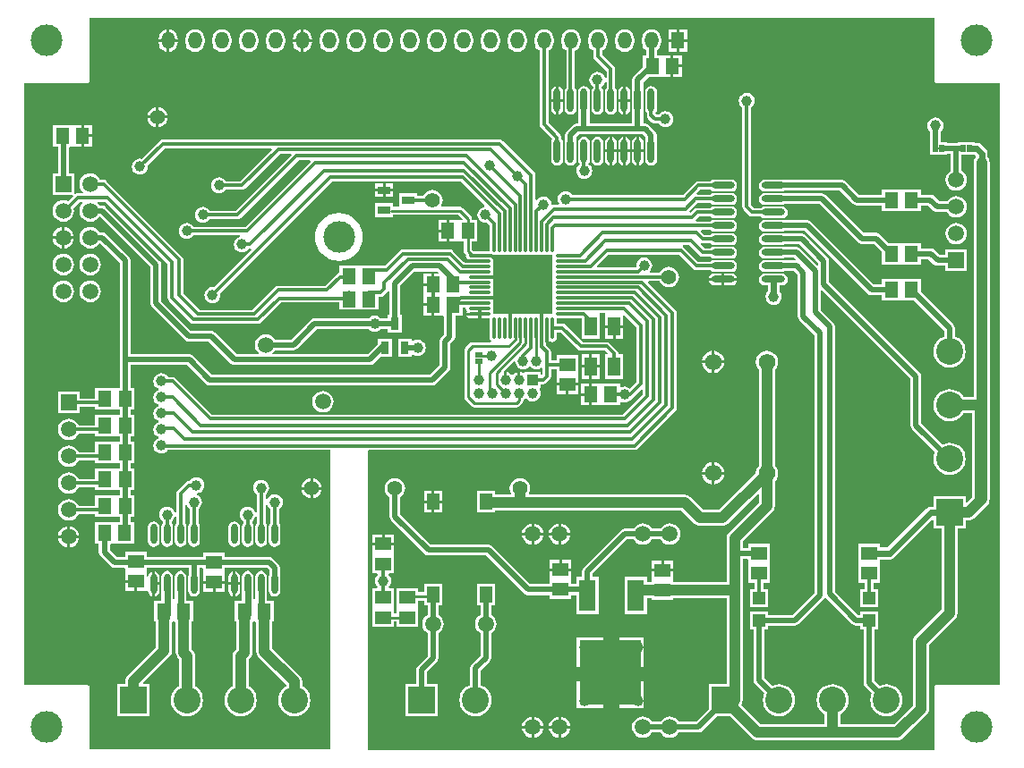
<source format=gtl>
G04 Layer_Physical_Order=1*
G04 Layer_Color=255*
%FSLAX23Y23*%
%MOIN*%
G70*
G01*
G75*
%ADD10R,0.028X0.020*%
%ADD11R,0.020X0.028*%
%ADD12R,0.059X0.051*%
%ADD13R,0.047X0.031*%
%ADD14R,0.051X0.059*%
%ADD15R,0.047X0.071*%
%ADD16R,0.047X0.047*%
%ADD17R,0.047X0.060*%
%ADD18R,0.031X0.047*%
%ADD19O,0.024X0.075*%
%ADD20O,0.083X0.012*%
%ADD21O,0.012X0.083*%
%ADD22R,0.228X0.244*%
%ADD23R,0.063X0.118*%
%ADD24O,0.087X0.024*%
%ADD25O,0.024X0.087*%
%ADD26C,0.010*%
%ADD27C,0.020*%
%ADD28C,0.012*%
%ADD29C,0.039*%
%ADD30C,0.020*%
%ADD31C,0.024*%
%ADD32R,0.012X0.006*%
%ADD33R,0.220X0.220*%
%ADD34R,0.325X0.055*%
%ADD35R,0.060X0.330*%
%ADD36C,0.059*%
%ADD37C,0.055*%
%ADD38R,0.059X0.059*%
%ADD39C,0.118*%
%ADD40O,0.051X0.063*%
%ADD41R,0.051X0.063*%
%ADD42C,0.062*%
%ADD43C,0.039*%
%ADD44R,0.039X0.039*%
%ADD45C,0.100*%
%ADD46R,0.100X0.100*%
%ADD47R,0.100X0.100*%
G36*
X-1281Y448D02*
Y320D01*
X-1280Y314D01*
X-1276Y309D01*
X-1196Y229D01*
X-1191Y225D01*
X-1185Y224D01*
X-945D01*
X-939Y225D01*
X-934Y229D01*
X-859Y303D01*
X-643D01*
Y277D01*
X-572D01*
Y277D01*
X-568D01*
Y277D01*
X-497D01*
Y324D01*
X-490D01*
X-484Y325D01*
X-479Y329D01*
X-464Y344D01*
X-460Y348D01*
X-460Y349D01*
X-455Y346D01*
Y259D01*
X-461D01*
Y245D01*
X-488D01*
X-489Y246D01*
X-495Y251D01*
X-502Y254D01*
X-510Y255D01*
X-518Y254D01*
X-525Y251D01*
X-531Y246D01*
X-532Y245D01*
X-735D01*
X-743Y244D01*
X-749Y239D01*
X-822Y166D01*
X-882D01*
X-888Y174D01*
X-896Y181D01*
X-906Y185D01*
X-916Y186D01*
X-926Y185D01*
X-936Y181D01*
X-944Y174D01*
X-951Y166D01*
X-955Y156D01*
X-956Y146D01*
X-955Y136D01*
X-951Y126D01*
X-944Y118D01*
X-941Y115D01*
X-943Y110D01*
X-1024D01*
X-1106Y192D01*
X-1112Y197D01*
X-1120Y198D01*
X-1195D01*
X-1305Y308D01*
Y445D01*
X-1306Y453D01*
X-1311Y459D01*
X-1511Y659D01*
X-1517Y664D01*
X-1525Y665D01*
X-1536D01*
X-1542Y673D01*
X-1543Y674D01*
X-1541Y679D01*
X-1512D01*
X-1281Y448D01*
D02*
G37*
G36*
X12Y83D02*
X13Y77D01*
X16Y70D01*
X21Y64D01*
X27Y59D01*
X34Y56D01*
X42Y55D01*
X50Y56D01*
X57Y59D01*
X63Y64D01*
X64Y66D01*
X69D01*
X71Y64D01*
X77Y59D01*
X84Y56D01*
X92Y55D01*
X100Y56D01*
X107Y59D01*
X109Y60D01*
X114Y58D01*
Y37D01*
X112Y36D01*
X107Y38D01*
Y44D01*
X48D01*
Y42D01*
X43Y40D01*
X42Y40D01*
X35Y43D01*
X32Y44D01*
Y15D01*
X22D01*
Y44D01*
X20Y43D01*
X12Y40D01*
X6Y36D01*
X5Y34D01*
X-0D01*
X-2Y36D01*
X-8Y40D01*
X-15Y43D01*
X-18Y44D01*
Y15D01*
X-28D01*
Y47D01*
X-29Y49D01*
X7Y85D01*
X12Y83D01*
D02*
G37*
G36*
X1573Y1131D02*
X1574Y1127D01*
X1576Y1124D01*
X1579Y1121D01*
X1583Y1121D01*
X1816D01*
Y-1121D01*
X1583D01*
X1579Y-1121D01*
X1576Y-1124D01*
X1574Y-1127D01*
X1573Y-1131D01*
Y-1364D01*
X-536D01*
Y-300D01*
X-536Y-300D01*
Y-250D01*
X-534Y-247D01*
X457D01*
X463Y-246D01*
X468Y-242D01*
X610Y-100D01*
X614Y-95D01*
X615Y-89D01*
Y265D01*
X614Y271D01*
X610Y276D01*
X509Y378D01*
X511Y383D01*
X551D01*
X552Y380D01*
X558Y372D01*
X566Y366D01*
X575Y362D01*
X585Y361D01*
X595Y362D01*
X604Y366D01*
X612Y372D01*
X618Y380D01*
X622Y389D01*
X623Y399D01*
X622Y409D01*
X618Y418D01*
X612Y426D01*
X604Y432D01*
X595Y436D01*
X585Y437D01*
X575Y436D01*
X566Y432D01*
X558Y426D01*
X552Y418D01*
X551Y415D01*
X516D01*
X515Y417D01*
X515Y420D01*
X519Y426D01*
X522Y433D01*
X523Y441D01*
X522Y449D01*
X519Y456D01*
X514Y462D01*
X508Y467D01*
X501Y470D01*
X493Y471D01*
X485Y470D01*
X478Y467D01*
X472Y462D01*
X467Y456D01*
X464Y449D01*
X463Y441D01*
X463Y439D01*
X460Y435D01*
X319D01*
X317Y440D01*
X360Y482D01*
X623D01*
X676Y429D01*
X682Y425D01*
X688Y424D01*
X739D01*
X746Y419D01*
X754Y418D01*
X817D01*
X826Y419D01*
X833Y424D01*
X838Y431D01*
X839Y440D01*
X838Y449D01*
X833Y456D01*
X826Y461D01*
X817Y462D01*
X754D01*
X746Y461D01*
X739Y456D01*
X695D01*
X641Y509D01*
X638Y512D01*
X639Y517D01*
X660D01*
X699Y479D01*
X704Y475D01*
X710Y474D01*
X739D01*
X746Y469D01*
X754Y468D01*
X817D01*
X826Y469D01*
X833Y474D01*
X838Y481D01*
X839Y490D01*
X838Y499D01*
X833Y506D01*
X826Y511D01*
X817Y512D01*
X754D01*
X746Y511D01*
X739Y506D01*
X717D01*
X703Y520D01*
X705Y525D01*
X710Y524D01*
X739D01*
X746Y519D01*
X754Y518D01*
X817D01*
X826Y519D01*
X833Y524D01*
X838Y531D01*
X839Y540D01*
X838Y549D01*
X833Y556D01*
X826Y561D01*
X817Y562D01*
X754D01*
X746Y561D01*
X739Y556D01*
X717D01*
X704Y569D01*
X706Y574D01*
X739D01*
X746Y569D01*
X754Y568D01*
X817D01*
X826Y569D01*
X833Y574D01*
X838Y581D01*
X839Y590D01*
X838Y599D01*
X833Y606D01*
X826Y611D01*
X817Y612D01*
X754D01*
X746Y611D01*
X739Y606D01*
X686D01*
X684Y611D01*
X697Y624D01*
X739D01*
X746Y619D01*
X754Y618D01*
X817D01*
X826Y619D01*
X833Y624D01*
X838Y631D01*
X839Y640D01*
X838Y649D01*
X833Y656D01*
X826Y661D01*
X817Y662D01*
X754D01*
X746Y661D01*
X739Y656D01*
X690D01*
X684Y655D01*
X679Y651D01*
X665Y638D01*
X663Y638D01*
X662Y643D01*
X662Y644D01*
X692Y674D01*
X739D01*
X746Y669D01*
X754Y668D01*
X817D01*
X826Y669D01*
X833Y674D01*
X838Y681D01*
X839Y690D01*
X838Y699D01*
X833Y706D01*
X826Y711D01*
X817Y712D01*
X754D01*
X746Y711D01*
X739Y706D01*
X691D01*
X689Y711D01*
X702Y724D01*
X739D01*
X746Y719D01*
X754Y718D01*
X817D01*
X826Y719D01*
X833Y724D01*
X838Y731D01*
X839Y740D01*
X838Y749D01*
X833Y756D01*
X826Y761D01*
X817Y762D01*
X754D01*
X746Y761D01*
X739Y756D01*
X695D01*
X689Y755D01*
X684Y751D01*
X637Y705D01*
X226D01*
X222Y710D01*
X216Y715D01*
X209Y718D01*
X201Y719D01*
X193Y718D01*
X186Y715D01*
X180Y710D01*
X175Y704D01*
X172Y697D01*
X171Y689D01*
X172Y681D01*
X175Y674D01*
X176Y673D01*
X174Y668D01*
X157D01*
X153Y667D01*
X151Y668D01*
X148Y670D01*
X148Y671D01*
X147Y677D01*
X144Y684D01*
X139Y690D01*
X133Y695D01*
X126Y698D01*
X118Y699D01*
X110Y698D01*
X103Y695D01*
X97Y690D01*
X93Y685D01*
X88Y687D01*
Y779D01*
X87Y785D01*
X83Y790D01*
X-33Y906D01*
X-38Y910D01*
X-45Y911D01*
X-1300D01*
X-1306Y910D01*
X-1311Y906D01*
X-1379Y839D01*
X-1385Y840D01*
X-1393Y839D01*
X-1400Y836D01*
X-1406Y831D01*
X-1411Y825D01*
X-1414Y818D01*
X-1415Y810D01*
X-1414Y802D01*
X-1411Y795D01*
X-1406Y789D01*
X-1400Y784D01*
X-1393Y781D01*
X-1385Y780D01*
X-1377Y781D01*
X-1370Y784D01*
X-1364Y789D01*
X-1359Y795D01*
X-1356Y802D01*
X-1355Y810D01*
X-1356Y816D01*
X-1293Y879D01*
X-896D01*
X-894Y874D01*
X-1012Y756D01*
X-1065D01*
X-1069Y761D01*
X-1075Y766D01*
X-1082Y769D01*
X-1090Y770D01*
X-1098Y769D01*
X-1105Y766D01*
X-1111Y761D01*
X-1116Y755D01*
X-1119Y748D01*
X-1120Y740D01*
X-1119Y732D01*
X-1116Y725D01*
X-1111Y719D01*
X-1105Y714D01*
X-1098Y711D01*
X-1090Y710D01*
X-1082Y711D01*
X-1075Y714D01*
X-1069Y719D01*
X-1065Y724D01*
X-1005D01*
X-999Y725D01*
X-994Y729D01*
X-863Y859D01*
X-822D01*
X-820Y854D01*
X-1028Y646D01*
X-1125D01*
X-1129Y651D01*
X-1135Y656D01*
X-1142Y659D01*
X-1150Y660D01*
X-1158Y659D01*
X-1165Y656D01*
X-1171Y651D01*
X-1176Y645D01*
X-1179Y638D01*
X-1180Y630D01*
X-1179Y622D01*
X-1176Y615D01*
X-1171Y609D01*
X-1165Y604D01*
X-1158Y601D01*
X-1150Y600D01*
X-1142Y601D01*
X-1135Y604D01*
X-1129Y609D01*
X-1125Y614D01*
X-1021D01*
X-1015Y615D01*
X-1010Y619D01*
X-794Y834D01*
X-752D01*
X-750Y829D01*
X-993Y586D01*
X-1185D01*
X-1189Y591D01*
X-1195Y596D01*
X-1202Y599D01*
X-1210Y600D01*
X-1218Y599D01*
X-1225Y596D01*
X-1231Y591D01*
X-1236Y585D01*
X-1239Y578D01*
X-1240Y570D01*
X-1239Y562D01*
X-1236Y555D01*
X-1231Y549D01*
X-1225Y544D01*
X-1218Y541D01*
X-1210Y540D01*
X-1202Y541D01*
X-1195Y544D01*
X-1189Y549D01*
X-1185Y554D01*
X-1014D01*
X-1013Y549D01*
X-1020Y546D01*
X-1026Y541D01*
X-1031Y535D01*
X-1034Y528D01*
X-1035Y520D01*
X-1034Y512D01*
X-1031Y505D01*
X-1026Y499D01*
X-1020Y494D01*
X-1013Y491D01*
X-1005Y490D01*
X-997Y491D01*
X-990Y494D01*
X-984Y499D01*
X-980Y504D01*
X-975D01*
X-972Y504D01*
X-969Y500D01*
X-1109Y360D01*
X-1115Y361D01*
X-1123Y360D01*
X-1130Y357D01*
X-1136Y352D01*
X-1141Y346D01*
X-1144Y339D01*
X-1145Y331D01*
X-1144Y323D01*
X-1141Y316D01*
X-1136Y310D01*
X-1130Y305D01*
X-1123Y302D01*
X-1115Y301D01*
X-1107Y302D01*
X-1100Y305D01*
X-1094Y310D01*
X-1089Y316D01*
X-1086Y323D01*
X-1085Y331D01*
X-1086Y337D01*
X-669Y754D01*
X-190D01*
X-101Y665D01*
X-102Y659D01*
X-106Y659D01*
X-113Y656D01*
X-120Y651D01*
X-124Y645D01*
X-127Y638D01*
X-128Y630D01*
X-127Y622D01*
X-124Y615D01*
X-120Y609D01*
X-113Y604D01*
X-106Y601D01*
X-98Y600D01*
X-92Y601D01*
X-82Y591D01*
Y566D01*
Y531D01*
Y499D01*
X-83Y495D01*
X-87Y494D01*
X-142D01*
X-148Y500D01*
Y531D01*
X-128D01*
Y610D01*
X-148D01*
Y616D01*
X-149Y622D01*
X-153Y627D01*
X-181Y656D01*
X-186Y659D01*
X-192Y660D01*
X-261D01*
X-263Y665D01*
X-262Y666D01*
X-258Y675D01*
X-257Y685D01*
X-258Y695D01*
X-262Y704D01*
X-268Y712D01*
X-276Y718D01*
X-285Y722D01*
X-295Y723D01*
X-305Y722D01*
X-314Y718D01*
X-322Y712D01*
X-328Y704D01*
X-329Y701D01*
X-351D01*
Y711D01*
X-418D01*
Y660D01*
X-442D01*
Y673D01*
X-509D01*
Y622D01*
X-442D01*
Y630D01*
X-199D01*
X-184Y615D01*
X-186Y610D01*
X-198D01*
X-199Y610D01*
X-203D01*
X-204Y610D01*
X-233D01*
Y571D01*
Y531D01*
X-204D01*
X-203Y531D01*
X-199D01*
X-198Y531D01*
X-179D01*
Y494D01*
X-178Y488D01*
X-174Y483D01*
X-170Y479D01*
X-171Y478D01*
X-170Y472D01*
X-167Y468D01*
X-170Y464D01*
X-171Y458D01*
X-172Y456D01*
X-178Y456D01*
X-219Y496D01*
X-224Y500D01*
X-230Y501D01*
X-407D01*
X-413Y500D01*
X-418Y496D01*
X-474Y441D01*
X-533D01*
X-534Y441D01*
X-568D01*
Y441D01*
X-572D01*
Y441D01*
X-643D01*
Y413D01*
X-646Y413D01*
X-651Y409D01*
X-694Y366D01*
X-870D01*
X-876Y365D01*
X-881Y361D01*
X-967Y276D01*
X-1163D01*
X-1224Y337D01*
Y465D01*
X-1225Y471D01*
X-1229Y476D01*
X-1509Y756D01*
X-1514Y760D01*
X-1520Y761D01*
X-1534D01*
X-1535Y765D01*
X-1542Y773D01*
X-1550Y780D01*
X-1560Y784D01*
X-1570Y785D01*
X-1580Y784D01*
X-1590Y780D01*
X-1598Y773D01*
X-1605Y765D01*
X-1609Y755D01*
X-1610Y745D01*
X-1609Y735D01*
X-1605Y725D01*
X-1598Y717D01*
X-1597Y716D01*
X-1599Y711D01*
X-1615D01*
X-1621Y710D01*
X-1625Y707D01*
X-1629Y708D01*
X-1630Y710D01*
Y785D01*
X-1650D01*
Y882D01*
X-1646Y885D01*
X-1638D01*
X-1637Y885D01*
X-1633D01*
X-1632Y885D01*
X-1603D01*
Y925D01*
Y965D01*
X-1632D01*
X-1633Y965D01*
X-1637D01*
X-1638Y965D01*
X-1708D01*
Y885D01*
X-1690D01*
Y785D01*
X-1710D01*
Y705D01*
X-1635D01*
X-1632Y700D01*
X-1652Y681D01*
X-1660Y684D01*
X-1670Y685D01*
X-1680Y684D01*
X-1690Y680D01*
X-1698Y673D01*
X-1705Y665D01*
X-1709Y655D01*
X-1710Y645D01*
X-1709Y635D01*
X-1705Y625D01*
X-1698Y617D01*
X-1690Y610D01*
X-1680Y606D01*
X-1670Y605D01*
X-1660Y606D01*
X-1650Y610D01*
X-1642Y617D01*
X-1635Y625D01*
X-1631Y635D01*
X-1630Y645D01*
X-1631Y655D01*
X-1632Y655D01*
X-1608Y679D01*
X-1599D01*
X-1597Y674D01*
X-1598Y673D01*
X-1605Y665D01*
X-1609Y655D01*
X-1610Y645D01*
X-1609Y635D01*
X-1605Y625D01*
X-1598Y617D01*
X-1590Y610D01*
X-1580Y606D01*
X-1570Y605D01*
X-1560Y606D01*
X-1550Y610D01*
X-1542Y617D01*
X-1537Y623D01*
X-1531Y623D01*
X-1345Y437D01*
Y300D01*
X-1344Y292D01*
X-1339Y286D01*
X-1217Y164D01*
X-1211Y159D01*
X-1203Y158D01*
X-1128D01*
X-1046Y76D01*
X-1040Y71D01*
X-1032Y70D01*
X-528D01*
X-520Y71D01*
X-513Y76D01*
X-488Y101D01*
X-447D01*
Y168D01*
X-498D01*
Y148D01*
X-536Y110D01*
X-890D01*
X-891Y115D01*
X-888Y118D01*
X-882Y126D01*
X-814D01*
X-806Y127D01*
X-800Y132D01*
X-727Y205D01*
X-532D01*
X-531Y204D01*
X-525Y199D01*
X-518Y196D01*
X-510Y195D01*
X-502Y196D01*
X-495Y199D01*
X-489Y204D01*
X-488Y205D01*
X-461D01*
Y192D01*
X-409D01*
Y259D01*
X-415D01*
Y367D01*
X-362Y419D01*
X-278D01*
X-273Y414D01*
X-275Y410D01*
X-288D01*
Y370D01*
X-293D01*
Y365D01*
X-329D01*
Y330D01*
Y300D01*
X-293D01*
Y295D01*
X-288D01*
Y255D01*
X-258D01*
Y255D01*
X-256D01*
X-251Y252D01*
Y185D01*
X-262Y173D01*
X-267Y167D01*
X-268Y159D01*
Y70D01*
X-303Y35D01*
X-1117D01*
X-1186Y104D01*
X-1192Y109D01*
X-1200Y110D01*
X-1420D01*
Y460D01*
X-1422Y468D01*
X-1426Y475D01*
X-1511Y559D01*
X-1517Y564D01*
X-1525Y565D01*
X-1536D01*
X-1542Y573D01*
X-1550Y580D01*
X-1560Y584D01*
X-1570Y585D01*
X-1580Y584D01*
X-1590Y580D01*
X-1598Y573D01*
X-1605Y565D01*
X-1609Y555D01*
X-1610Y545D01*
X-1609Y535D01*
X-1605Y525D01*
X-1598Y517D01*
X-1590Y510D01*
X-1580Y506D01*
X-1570Y505D01*
X-1560Y506D01*
X-1550Y510D01*
X-1542Y517D01*
X-1537Y523D01*
X-1531Y523D01*
X-1460Y452D01*
Y-12D01*
X-1464Y-15D01*
X-1474D01*
X-1476Y-15D01*
X-1479D01*
X-1481Y-15D01*
X-1551D01*
Y-54D01*
X-1610D01*
Y-30D01*
X-1690D01*
Y-110D01*
X-1610D01*
Y-86D01*
X-1551D01*
Y-95D01*
X-1481D01*
X-1479Y-95D01*
X-1476D01*
X-1474Y-95D01*
X-1460D01*
Y-112D01*
X-1464Y-115D01*
X-1474D01*
X-1476Y-115D01*
X-1479D01*
X-1481Y-115D01*
X-1551D01*
Y-154D01*
X-1614D01*
X-1615Y-150D01*
X-1622Y-142D01*
X-1630Y-135D01*
X-1640Y-131D01*
X-1650Y-130D01*
X-1660Y-131D01*
X-1670Y-135D01*
X-1678Y-142D01*
X-1685Y-150D01*
X-1689Y-160D01*
X-1690Y-170D01*
X-1689Y-180D01*
X-1685Y-190D01*
X-1678Y-198D01*
X-1670Y-205D01*
X-1660Y-209D01*
X-1650Y-210D01*
X-1640Y-209D01*
X-1630Y-205D01*
X-1622Y-198D01*
X-1615Y-190D01*
X-1614Y-186D01*
X-1551D01*
Y-195D01*
X-1481D01*
X-1479Y-195D01*
X-1476D01*
X-1474Y-195D01*
X-1460D01*
Y-212D01*
X-1464Y-215D01*
X-1474D01*
X-1476Y-215D01*
X-1479D01*
X-1481Y-215D01*
X-1551D01*
Y-254D01*
X-1614D01*
X-1615Y-250D01*
X-1622Y-242D01*
X-1630Y-235D01*
X-1640Y-231D01*
X-1650Y-230D01*
X-1660Y-231D01*
X-1670Y-235D01*
X-1678Y-242D01*
X-1685Y-250D01*
X-1689Y-260D01*
X-1690Y-270D01*
X-1689Y-280D01*
X-1685Y-290D01*
X-1678Y-298D01*
X-1670Y-305D01*
X-1660Y-309D01*
X-1650Y-310D01*
X-1640Y-309D01*
X-1630Y-305D01*
X-1622Y-298D01*
X-1615Y-290D01*
X-1614Y-286D01*
X-1551D01*
Y-295D01*
X-1481D01*
X-1479Y-295D01*
X-1476D01*
X-1474Y-295D01*
X-1460D01*
Y-312D01*
X-1464Y-315D01*
X-1474D01*
X-1476Y-315D01*
X-1479D01*
X-1481Y-315D01*
X-1551D01*
Y-354D01*
X-1614D01*
X-1615Y-350D01*
X-1622Y-342D01*
X-1630Y-335D01*
X-1640Y-331D01*
X-1650Y-330D01*
X-1660Y-331D01*
X-1670Y-335D01*
X-1678Y-342D01*
X-1685Y-350D01*
X-1689Y-360D01*
X-1690Y-370D01*
X-1689Y-380D01*
X-1685Y-390D01*
X-1678Y-398D01*
X-1670Y-405D01*
X-1660Y-409D01*
X-1650Y-410D01*
X-1640Y-409D01*
X-1630Y-405D01*
X-1622Y-398D01*
X-1615Y-390D01*
X-1614Y-386D01*
X-1551D01*
Y-395D01*
X-1481D01*
X-1479Y-395D01*
X-1476D01*
X-1474Y-395D01*
X-1460D01*
Y-412D01*
X-1464Y-415D01*
X-1474D01*
X-1476Y-415D01*
X-1479D01*
X-1481Y-415D01*
X-1551D01*
Y-454D01*
X-1614D01*
X-1615Y-450D01*
X-1622Y-442D01*
X-1630Y-435D01*
X-1640Y-431D01*
X-1650Y-430D01*
X-1660Y-431D01*
X-1670Y-435D01*
X-1678Y-442D01*
X-1685Y-450D01*
X-1689Y-460D01*
X-1690Y-470D01*
X-1689Y-480D01*
X-1685Y-490D01*
X-1678Y-498D01*
X-1670Y-505D01*
X-1660Y-509D01*
X-1650Y-510D01*
X-1640Y-509D01*
X-1630Y-505D01*
X-1622Y-498D01*
X-1615Y-490D01*
X-1614Y-486D01*
X-1551D01*
Y-495D01*
X-1481D01*
X-1479Y-495D01*
X-1476D01*
X-1474Y-495D01*
X-1460D01*
Y-512D01*
X-1464Y-515D01*
X-1477D01*
X-1478Y-515D01*
X-1482D01*
X-1483Y-515D01*
X-1553D01*
Y-595D01*
X-1538D01*
Y-628D01*
X-1536Y-635D01*
X-1532Y-642D01*
X-1494Y-680D01*
X-1488Y-684D01*
X-1480Y-686D01*
X-1443D01*
X-1440Y-689D01*
Y-697D01*
X-1440Y-698D01*
Y-702D01*
X-1440Y-703D01*
Y-732D01*
X-1400D01*
Y-737D01*
X-1395D01*
Y-773D01*
X-1360D01*
Y-773D01*
X-1355Y-773D01*
X-1354Y-779D01*
X-1349Y-786D01*
X-1342Y-791D01*
X-1339Y-792D01*
Y-745D01*
Y-698D01*
X-1342Y-699D01*
X-1349Y-704D01*
X-1354Y-711D01*
X-1355Y-718D01*
X-1360Y-717D01*
Y-703D01*
X-1360Y-702D01*
Y-698D01*
X-1360Y-697D01*
Y-686D01*
X-1204D01*
Y-711D01*
X-1204Y-711D01*
X-1206Y-720D01*
Y-771D01*
X-1204Y-779D01*
X-1199Y-786D01*
X-1192Y-791D01*
X-1184Y-793D01*
X-1175Y-791D01*
X-1168Y-786D01*
X-1163Y-779D01*
X-1161Y-771D01*
Y-720D01*
X-1163Y-711D01*
X-1163Y-711D01*
Y-686D01*
X-1152D01*
X-1148Y-689D01*
Y-699D01*
X-1148Y-701D01*
Y-704D01*
X-1148Y-706D01*
Y-735D01*
X-1069D01*
Y-706D01*
X-1069Y-704D01*
Y-701D01*
X-1069Y-699D01*
Y-686D01*
X-912D01*
X-904Y-693D01*
Y-711D01*
X-904Y-711D01*
X-906Y-720D01*
Y-771D01*
X-904Y-779D01*
X-899Y-786D01*
X-892Y-791D01*
X-884Y-793D01*
X-875Y-791D01*
X-868Y-786D01*
X-863Y-779D01*
X-861Y-771D01*
Y-720D01*
X-863Y-711D01*
X-863Y-711D01*
Y-685D01*
X-865Y-677D01*
X-869Y-671D01*
X-889Y-651D01*
X-896Y-646D01*
X-903Y-645D01*
X-1069D01*
Y-630D01*
X-1148D01*
Y-645D01*
X-1182D01*
X-1184Y-645D01*
X-1185Y-645D01*
X-1360D01*
Y-627D01*
X-1440D01*
Y-645D01*
X-1471D01*
X-1497Y-619D01*
Y-598D01*
X-1493Y-595D01*
X-1483D01*
X-1482Y-595D01*
X-1478D01*
X-1477Y-595D01*
X-1407D01*
Y-515D01*
X-1420D01*
Y-495D01*
X-1405D01*
Y-415D01*
X-1420D01*
Y-395D01*
X-1405D01*
Y-315D01*
X-1420D01*
Y-295D01*
X-1405D01*
Y-215D01*
X-1420D01*
Y-195D01*
X-1405D01*
Y-115D01*
X-1420D01*
Y-95D01*
X-1405D01*
Y-15D01*
X-1420D01*
Y70D01*
X-1208D01*
X-1139Y1D01*
X-1133Y-4D01*
X-1125Y-5D01*
X-295D01*
X-287Y-4D01*
X-281Y1D01*
X-234Y48D01*
X-229Y54D01*
X-228Y62D01*
Y151D01*
X-216Y162D01*
X-212Y169D01*
X-210Y176D01*
Y255D01*
X-183D01*
Y284D01*
X-174D01*
X-171Y281D01*
X-170Y275D01*
X-167Y271D01*
X-170Y267D01*
X-170Y266D01*
X-119D01*
Y261D01*
X-114D01*
Y245D01*
X-87D01*
X-83Y244D01*
X-82Y240D01*
Y173D01*
X-81Y166D01*
X-77Y161D01*
X-76Y160D01*
X-78Y155D01*
X-147D01*
X-153Y154D01*
X-158Y151D01*
X-173Y136D01*
X-176Y131D01*
X-177Y125D01*
Y-49D01*
X-176Y-55D01*
X-173Y-60D01*
X-149Y-84D01*
X-144Y-87D01*
X-138Y-88D01*
X16D01*
X22Y-87D01*
X27Y-84D01*
X38Y-72D01*
X41Y-68D01*
X43Y-62D01*
Y-61D01*
X48Y-57D01*
X50Y-55D01*
X55D01*
X56Y-57D01*
X62Y-61D01*
X70Y-64D01*
X77Y-65D01*
X85Y-64D01*
X92Y-61D01*
X98Y-57D01*
X103Y-50D01*
X106Y-43D01*
X107Y-35D01*
X106Y-28D01*
X103Y-21D01*
X103Y-20D01*
X105Y-15D01*
X107D01*
Y-2D01*
X117D01*
X124Y-0D01*
X129Y3D01*
X141Y16D01*
X145Y21D01*
X146Y27D01*
Y56D01*
X164D01*
X167Y53D01*
Y38D01*
X167Y37D01*
Y33D01*
X167Y32D01*
Y3D01*
X247D01*
Y32D01*
X247Y33D01*
Y37D01*
X247Y38D01*
Y108D01*
X167D01*
Y89D01*
X146D01*
Y120D01*
X145Y126D01*
X141Y132D01*
X127Y145D01*
Y154D01*
X131Y156D01*
X137Y158D01*
X141Y160D01*
X144Y158D01*
X151Y156D01*
X157Y158D01*
X162Y161D01*
X166Y166D01*
X167Y173D01*
Y192D01*
X182D01*
X246Y128D01*
X251Y125D01*
X257Y123D01*
X347D01*
X356Y115D01*
X354Y110D01*
X347D01*
Y19D01*
X414D01*
Y110D01*
X397D01*
Y113D01*
X396Y119D01*
X392Y124D01*
X365Y151D01*
X360Y154D01*
X354Y156D01*
X264D01*
X200Y220D01*
X195Y223D01*
X189Y224D01*
X167D01*
Y240D01*
X168Y244D01*
X172Y245D01*
X259D01*
X260Y244D01*
Y169D01*
X328D01*
Y260D01*
X328D01*
X328Y265D01*
X347D01*
X347Y260D01*
X347Y260D01*
X347Y260D01*
Y219D01*
X414D01*
Y253D01*
X419Y255D01*
X464Y210D01*
Y7D01*
X440Y-18D01*
X435Y-14D01*
X428Y-11D01*
X420Y-10D01*
X412Y-11D01*
X408Y-13D01*
X403Y-10D01*
Y-0D01*
X333D01*
X332Y-0D01*
X328D01*
X327Y-0D01*
X298D01*
Y-40D01*
Y-80D01*
X327D01*
X328Y-80D01*
X332D01*
X333Y-80D01*
X403D01*
Y-70D01*
X408Y-67D01*
X412Y-69D01*
X420Y-70D01*
X428Y-69D01*
X435Y-66D01*
X441Y-61D01*
X446Y-55D01*
X446Y-55D01*
X451Y-51D01*
X484Y-19D01*
X489Y-21D01*
Y-38D01*
X413Y-114D01*
X-1117D01*
X-1253Y21D01*
X-1258Y25D01*
X-1264Y26D01*
X-1280D01*
X-1284Y31D01*
X-1290Y36D01*
X-1297Y39D01*
X-1305Y40D01*
X-1313Y39D01*
X-1320Y36D01*
X-1326Y31D01*
X-1331Y25D01*
X-1334Y18D01*
X-1335Y10D01*
X-1334Y2D01*
X-1331Y-5D01*
X-1326Y-11D01*
X-1320Y-16D01*
X-1317Y-17D01*
Y-23D01*
X-1320Y-24D01*
X-1326Y-29D01*
X-1331Y-35D01*
X-1334Y-42D01*
X-1335Y-50D01*
X-1334Y-58D01*
X-1331Y-65D01*
X-1326Y-71D01*
X-1320Y-76D01*
X-1317Y-77D01*
Y-83D01*
X-1320Y-84D01*
X-1326Y-89D01*
X-1331Y-95D01*
X-1334Y-102D01*
X-1335Y-110D01*
X-1334Y-118D01*
X-1331Y-125D01*
X-1326Y-131D01*
X-1320Y-136D01*
X-1317Y-137D01*
Y-143D01*
X-1320Y-144D01*
X-1326Y-149D01*
X-1331Y-155D01*
X-1334Y-162D01*
X-1335Y-170D01*
X-1334Y-178D01*
X-1331Y-185D01*
X-1326Y-191D01*
X-1320Y-196D01*
X-1317Y-197D01*
Y-203D01*
X-1320Y-204D01*
X-1326Y-209D01*
X-1331Y-215D01*
X-1334Y-222D01*
X-1335Y-230D01*
X-1334Y-238D01*
X-1331Y-245D01*
X-1326Y-251D01*
X-1320Y-256D01*
X-1313Y-259D01*
X-1305Y-260D01*
X-1297Y-259D01*
X-1290Y-256D01*
X-1284Y-251D01*
X-1281Y-247D01*
X-677D01*
X-675Y-250D01*
Y-275D01*
X-675Y-276D01*
Y-1363D01*
X-1573D01*
Y-1131D01*
X-1574Y-1127D01*
X-1576Y-1124D01*
X-1579Y-1121D01*
X-1583Y-1121D01*
X-1815D01*
Y1121D01*
X-1583D01*
X-1579Y1121D01*
X-1576Y1124D01*
X-1574Y1127D01*
X-1573Y1131D01*
Y1363D01*
X1573D01*
Y1131D01*
D02*
G37*
%LPC*%
G36*
X745Y-338D02*
X709D01*
X710Y-344D01*
X714Y-354D01*
X721Y-362D01*
X729Y-369D01*
X739Y-373D01*
X745Y-374D01*
Y-338D01*
D02*
G37*
G36*
X-750Y-353D02*
X-755Y-353D01*
X-764Y-357D01*
X-772Y-363D01*
X-778Y-371D01*
X-782Y-380D01*
X-782Y-385D01*
X-750D01*
Y-353D01*
D02*
G37*
G36*
X-740D02*
Y-385D01*
X-708D01*
X-708Y-380D01*
X-712Y-371D01*
X-718Y-363D01*
X-726Y-357D01*
X-735Y-353D01*
X-740Y-353D01*
D02*
G37*
G36*
X791Y-338D02*
X755D01*
Y-374D01*
X761Y-373D01*
X771Y-369D01*
X779Y-362D01*
X786Y-354D01*
X790Y-344D01*
X791Y-338D01*
D02*
G37*
G36*
X-704Y-26D02*
X-714Y-28D01*
X-724Y-32D01*
X-732Y-38D01*
X-738Y-46D01*
X-742Y-56D01*
X-744Y-66D01*
X-742Y-76D01*
X-738Y-86D01*
X-732Y-94D01*
X-724Y-101D01*
X-714Y-105D01*
X-704Y-106D01*
X-694Y-105D01*
X-684Y-101D01*
X-676Y-94D01*
X-669Y-86D01*
X-665Y-76D01*
X-664Y-66D01*
X-665Y-56D01*
X-669Y-46D01*
X-676Y-38D01*
X-684Y-32D01*
X-694Y-28D01*
X-704Y-26D01*
D02*
G37*
G36*
X288Y-45D02*
X257D01*
Y-80D01*
X288D01*
Y-45D01*
D02*
G37*
G36*
X745Y-292D02*
X739Y-293D01*
X729Y-297D01*
X721Y-304D01*
X714Y-312D01*
X710Y-322D01*
X709Y-328D01*
X745D01*
Y-292D01*
D02*
G37*
G36*
X755D02*
Y-328D01*
X791D01*
X790Y-322D01*
X786Y-312D01*
X779Y-304D01*
X771Y-297D01*
X761Y-293D01*
X755Y-292D01*
D02*
G37*
G36*
X-708Y-395D02*
X-740D01*
Y-427D01*
X-735Y-427D01*
X-726Y-423D01*
X-718Y-417D01*
X-712Y-409D01*
X-708Y-400D01*
X-708Y-395D01*
D02*
G37*
G36*
X173Y-521D02*
X168Y-521D01*
X158Y-525D01*
X150Y-532D01*
X143Y-540D01*
X139Y-550D01*
X139Y-555D01*
X173D01*
Y-521D01*
D02*
G37*
G36*
X183D02*
Y-555D01*
X217D01*
X217Y-550D01*
X213Y-540D01*
X206Y-532D01*
X198Y-525D01*
X188Y-521D01*
X183Y-521D01*
D02*
G37*
G36*
X83D02*
Y-555D01*
X117D01*
X117Y-550D01*
X113Y-540D01*
X106Y-532D01*
X98Y-525D01*
X88Y-521D01*
X83Y-521D01*
D02*
G37*
G36*
X-1645Y-531D02*
Y-565D01*
X-1611D01*
X-1611Y-560D01*
X-1615Y-550D01*
X-1622Y-542D01*
X-1630Y-535D01*
X-1640Y-531D01*
X-1645Y-531D01*
D02*
G37*
G36*
X73Y-521D02*
X68Y-521D01*
X58Y-525D01*
X50Y-532D01*
X43Y-540D01*
X39Y-550D01*
X39Y-555D01*
X73D01*
Y-521D01*
D02*
G37*
G36*
X-260Y-400D02*
X-288D01*
Y-435D01*
X-260D01*
Y-400D01*
D02*
G37*
G36*
X-750Y-395D02*
X-782D01*
X-782Y-400D01*
X-778Y-409D01*
X-772Y-417D01*
X-764Y-423D01*
X-755Y-427D01*
X-750Y-427D01*
Y-395D01*
D02*
G37*
G36*
X-298Y-400D02*
X-327D01*
Y-435D01*
X-298D01*
Y-400D01*
D02*
G37*
G36*
Y-445D02*
X-327D01*
Y-480D01*
X-298D01*
Y-445D01*
D02*
G37*
G36*
X-260D02*
X-288D01*
Y-480D01*
X-260D01*
Y-445D01*
D02*
G37*
G36*
X-372Y168D02*
X-423D01*
Y101D01*
X-372D01*
Y108D01*
X-367Y111D01*
X-365Y109D01*
X-358Y106D01*
X-350Y105D01*
X-342Y106D01*
X-335Y109D01*
X-329Y114D01*
X-324Y120D01*
X-321Y127D01*
X-320Y135D01*
X-321Y143D01*
X-324Y150D01*
X-329Y156D01*
X-335Y161D01*
X-342Y164D01*
X-350Y165D01*
X-358Y164D01*
X-365Y161D01*
X-367Y159D01*
X-372Y162D01*
Y168D01*
D02*
G37*
G36*
X376Y209D02*
X347D01*
Y169D01*
X376D01*
Y209D01*
D02*
G37*
G36*
X755Y123D02*
Y87D01*
X791D01*
X790Y93D01*
X786Y103D01*
X779Y111D01*
X771Y118D01*
X761Y122D01*
X755Y123D01*
D02*
G37*
G36*
X328Y110D02*
X299D01*
Y70D01*
X328D01*
Y110D01*
D02*
G37*
G36*
X745Y123D02*
X739Y122D01*
X729Y118D01*
X721Y111D01*
X714Y103D01*
X710Y93D01*
X709Y87D01*
X745D01*
Y123D01*
D02*
G37*
G36*
X1006Y412D02*
X943D01*
X934Y411D01*
X927Y406D01*
X922Y399D01*
X921Y390D01*
X922Y381D01*
X927Y374D01*
X934Y369D01*
X943Y368D01*
X953D01*
Y345D01*
X949Y340D01*
X946Y333D01*
X945Y325D01*
X946Y317D01*
X949Y310D01*
X954Y304D01*
X960Y299D01*
X967Y296D01*
X975Y295D01*
X983Y296D01*
X990Y299D01*
X996Y304D01*
X1001Y310D01*
X1004Y317D01*
X1005Y325D01*
X1004Y333D01*
X1001Y340D01*
X997Y345D01*
Y368D01*
X1006D01*
X1014Y369D01*
X1022Y374D01*
X1027Y381D01*
X1028Y390D01*
X1027Y399D01*
X1022Y406D01*
X1014Y411D01*
X1006Y412D01*
D02*
G37*
G36*
X-1670Y385D02*
X-1680Y384D01*
X-1690Y380D01*
X-1698Y373D01*
X-1705Y365D01*
X-1709Y355D01*
X-1710Y345D01*
X-1709Y335D01*
X-1705Y325D01*
X-1698Y317D01*
X-1690Y310D01*
X-1680Y306D01*
X-1670Y305D01*
X-1660Y306D01*
X-1650Y310D01*
X-1642Y317D01*
X-1635Y325D01*
X-1631Y335D01*
X-1630Y345D01*
X-1631Y355D01*
X-1635Y365D01*
X-1642Y373D01*
X-1650Y380D01*
X-1660Y384D01*
X-1670Y385D01*
D02*
G37*
G36*
X-298Y290D02*
X-329D01*
Y255D01*
X-298D01*
Y290D01*
D02*
G37*
G36*
X414Y209D02*
X386D01*
Y169D01*
X414D01*
Y209D01*
D02*
G37*
G36*
X-124Y256D02*
X-170D01*
X-170Y255D01*
X-166Y250D01*
X-161Y246D01*
X-155Y245D01*
X-124D01*
Y256D01*
D02*
G37*
G36*
X288Y-0D02*
X257D01*
Y-35D01*
X288D01*
Y-0D01*
D02*
G37*
G36*
X289Y60D02*
X260D01*
Y19D01*
X289D01*
Y60D01*
D02*
G37*
G36*
X247Y-7D02*
X212D01*
Y-38D01*
X247D01*
Y-7D01*
D02*
G37*
G36*
X1578Y993D02*
X1570Y992D01*
X1563Y989D01*
X1557Y984D01*
X1552Y978D01*
X1549Y971D01*
X1548Y963D01*
X1549Y955D01*
X1552Y948D01*
X1557Y942D01*
Y892D01*
X1557Y890D01*
Y853D01*
X1621D01*
Y857D01*
X1635D01*
Y794D01*
X1627Y788D01*
X1620Y780D01*
X1616Y770D01*
X1615Y760D01*
X1616Y750D01*
X1620Y740D01*
X1627Y732D01*
X1635Y725D01*
X1645Y721D01*
X1655Y720D01*
X1665Y721D01*
X1675Y725D01*
X1683Y732D01*
X1690Y740D01*
X1694Y750D01*
X1695Y760D01*
X1694Y770D01*
X1690Y780D01*
X1683Y788D01*
X1675Y794D01*
Y853D01*
X1724D01*
X1728Y850D01*
Y845D01*
X1724Y840D01*
X1721Y833D01*
X1720Y825D01*
Y325D01*
Y-50D01*
X1682D01*
X1680Y-47D01*
X1673Y-37D01*
X1663Y-30D01*
X1653Y-24D01*
X1642Y-21D01*
X1630Y-20D01*
X1618Y-21D01*
X1607Y-24D01*
X1597Y-30D01*
X1587Y-37D01*
X1580Y-47D01*
X1574Y-57D01*
X1571Y-68D01*
X1570Y-80D01*
X1571Y-92D01*
X1574Y-103D01*
X1580Y-113D01*
X1587Y-123D01*
X1597Y-130D01*
X1607Y-136D01*
X1618Y-139D01*
X1630Y-140D01*
X1642Y-139D01*
X1653Y-136D01*
X1663Y-130D01*
X1673Y-123D01*
X1680Y-113D01*
X1682Y-110D01*
X1715D01*
Y-423D01*
X1695Y-443D01*
X1690Y-441D01*
Y-420D01*
X1570D01*
Y-458D01*
X1560D01*
X1560Y-458D01*
X1551Y-459D01*
X1544Y-464D01*
X1544Y-464D01*
X1398Y-610D01*
X1370D01*
Y-597D01*
X1290D01*
Y-667D01*
X1290Y-668D01*
Y-672D01*
X1290Y-673D01*
Y-743D01*
X1314D01*
Y-765D01*
X1296D01*
Y-832D01*
X1364D01*
Y-765D01*
X1346D01*
Y-743D01*
X1370D01*
Y-673D01*
X1370Y-672D01*
Y-668D01*
X1370Y-667D01*
Y-655D01*
X1407D01*
X1407Y-655D01*
X1416Y-653D01*
X1423Y-648D01*
X1565Y-506D01*
X1570Y-509D01*
Y-540D01*
X1600D01*
Y-843D01*
X1502Y-940D01*
X1498Y-946D01*
X1495Y-954D01*
X1494Y-961D01*
Y-1199D01*
X1423Y-1270D01*
X1225D01*
Y-1232D01*
X1228Y-1230D01*
X1238Y-1223D01*
X1245Y-1213D01*
X1251Y-1203D01*
X1254Y-1192D01*
X1255Y-1180D01*
X1254Y-1168D01*
X1251Y-1157D01*
X1245Y-1147D01*
X1238Y-1137D01*
X1228Y-1130D01*
X1218Y-1124D01*
X1207Y-1121D01*
X1195Y-1120D01*
X1183Y-1121D01*
X1172Y-1124D01*
X1162Y-1130D01*
X1152Y-1137D01*
X1145Y-1147D01*
X1139Y-1157D01*
X1136Y-1168D01*
X1135Y-1180D01*
X1136Y-1192D01*
X1139Y-1203D01*
X1145Y-1213D01*
X1152Y-1223D01*
X1162Y-1230D01*
X1165Y-1232D01*
Y-1270D01*
X927D01*
X855Y-1198D01*
Y-1196D01*
X856Y-1195D01*
X859Y-1188D01*
X860Y-1180D01*
Y-653D01*
X877D01*
X880Y-657D01*
Y-667D01*
X880Y-668D01*
Y-672D01*
X880Y-673D01*
Y-743D01*
X904D01*
Y-765D01*
X886D01*
Y-832D01*
X954D01*
Y-765D01*
X936D01*
Y-743D01*
X960D01*
Y-673D01*
X960Y-672D01*
Y-668D01*
X960Y-667D01*
Y-597D01*
X880D01*
Y-612D01*
X860D01*
Y-587D01*
X971Y-476D01*
X976Y-470D01*
X977Y-467D01*
X979Y-463D01*
X980Y-455D01*
Y-361D01*
X986Y-354D01*
X990Y-344D01*
X991Y-333D01*
X990Y-322D01*
X986Y-312D01*
X980Y-305D01*
Y54D01*
X986Y61D01*
X990Y71D01*
X991Y82D01*
X990Y93D01*
X986Y103D01*
X979Y111D01*
X971Y118D01*
X961Y122D01*
X950Y123D01*
X939Y122D01*
X929Y118D01*
X921Y111D01*
X914Y103D01*
X910Y93D01*
X909Y82D01*
X910Y71D01*
X914Y61D01*
X920Y54D01*
Y-305D01*
X914Y-312D01*
X910Y-322D01*
X909Y-333D01*
X909Y-333D01*
X772Y-470D01*
X713D01*
X665Y-422D01*
X659Y-417D01*
X652Y-414D01*
X644Y-413D01*
X66D01*
X64Y-411D01*
X63Y-408D01*
X67Y-400D01*
X68Y-390D01*
X67Y-380D01*
X63Y-371D01*
X57Y-363D01*
X49Y-357D01*
X40Y-353D01*
X30Y-352D01*
X20Y-353D01*
X11Y-357D01*
X3Y-363D01*
X-3Y-371D01*
X-7Y-380D01*
X-8Y-390D01*
X-7Y-400D01*
X-3Y-408D01*
X-4Y-411D01*
X-6Y-413D01*
X-63D01*
Y-400D01*
X-130D01*
Y-480D01*
X-63D01*
Y-473D01*
X632D01*
X680Y-521D01*
X686Y-526D01*
X693Y-529D01*
X701Y-530D01*
X784D01*
X792Y-529D01*
X799Y-526D01*
X805Y-521D01*
X915Y-411D01*
X920Y-413D01*
Y-443D01*
X809Y-554D01*
X804Y-560D01*
X801Y-567D01*
X800Y-575D01*
Y-740D01*
X604D01*
X601Y-737D01*
X601Y-731D01*
X601Y-729D01*
Y-700D01*
X522D01*
Y-729D01*
X522Y-731D01*
Y-735D01*
X520Y-740D01*
X503D01*
Y-720D01*
X420D01*
Y-858D01*
X503D01*
Y-800D01*
X522D01*
Y-806D01*
X601D01*
Y-800D01*
X800D01*
Y-1120D01*
X735D01*
Y-1211D01*
X687Y-1260D01*
X622D01*
X616Y-1252D01*
X608Y-1245D01*
X598Y-1241D01*
X588Y-1240D01*
X578Y-1241D01*
X568Y-1245D01*
X560Y-1252D01*
X554Y-1260D01*
X522D01*
X516Y-1252D01*
X508Y-1245D01*
X498Y-1241D01*
X488Y-1240D01*
X478Y-1241D01*
X468Y-1245D01*
X460Y-1252D01*
X453Y-1260D01*
X449Y-1270D01*
X448Y-1280D01*
X449Y-1290D01*
X453Y-1300D01*
X460Y-1308D01*
X468Y-1315D01*
X478Y-1319D01*
X488Y-1320D01*
X498Y-1319D01*
X508Y-1315D01*
X516Y-1308D01*
X522Y-1300D01*
X554D01*
X560Y-1308D01*
X568Y-1315D01*
X578Y-1319D01*
X588Y-1320D01*
X598Y-1319D01*
X608Y-1315D01*
X616Y-1308D01*
X622Y-1300D01*
X695D01*
X703Y-1299D01*
X709Y-1294D01*
X764Y-1240D01*
X813D01*
X894Y-1321D01*
X900Y-1326D01*
X903Y-1327D01*
X907Y-1329D01*
X915Y-1330D01*
X1435D01*
X1443Y-1329D01*
X1450Y-1326D01*
X1456Y-1321D01*
X1545Y-1233D01*
X1550Y-1226D01*
X1551Y-1223D01*
X1553Y-1219D01*
X1554Y-1211D01*
Y-974D01*
X1651Y-876D01*
X1656Y-870D01*
X1657Y-867D01*
X1659Y-863D01*
X1660Y-855D01*
Y-540D01*
X1690D01*
Y-510D01*
X1700D01*
X1708Y-509D01*
X1715Y-506D01*
X1721Y-501D01*
X1771Y-451D01*
X1776Y-445D01*
X1779Y-438D01*
X1780Y-430D01*
Y325D01*
Y825D01*
X1779Y833D01*
X1776Y840D01*
X1772Y845D01*
Y859D01*
X1771Y868D01*
X1766Y875D01*
X1766Y875D01*
X1748Y893D01*
X1741Y898D01*
X1732Y899D01*
X1732Y899D01*
X1725D01*
Y901D01*
X1661D01*
Y897D01*
X1621D01*
Y901D01*
X1597D01*
Y940D01*
X1599Y942D01*
X1604Y948D01*
X1607Y955D01*
X1608Y963D01*
X1607Y971D01*
X1604Y978D01*
X1599Y984D01*
X1593Y989D01*
X1586Y992D01*
X1578Y993D01*
D02*
G37*
G36*
X202Y-7D02*
X167D01*
Y-38D01*
X202D01*
Y-7D01*
D02*
G37*
G36*
X1006Y612D02*
X943D01*
X934Y611D01*
X927Y606D01*
X922Y599D01*
X921Y590D01*
X922Y581D01*
X927Y574D01*
X934Y569D01*
X943Y568D01*
X1006D01*
X1014Y569D01*
X1015Y570D01*
X1092D01*
X1326Y336D01*
X1332Y331D01*
X1340Y330D01*
X1377D01*
Y310D01*
X1447D01*
X1448Y310D01*
X1452D01*
X1453Y310D01*
X1498D01*
X1610Y199D01*
Y177D01*
X1607Y176D01*
X1597Y170D01*
X1587Y163D01*
X1580Y153D01*
X1574Y143D01*
X1571Y132D01*
X1570Y120D01*
X1571Y108D01*
X1574Y97D01*
X1580Y87D01*
X1587Y77D01*
X1597Y70D01*
X1607Y64D01*
X1618Y61D01*
X1630Y60D01*
X1642Y61D01*
X1653Y64D01*
X1663Y70D01*
X1673Y77D01*
X1680Y87D01*
X1686Y97D01*
X1689Y108D01*
X1690Y120D01*
X1689Y132D01*
X1686Y143D01*
X1680Y153D01*
X1673Y163D01*
X1663Y170D01*
X1653Y176D01*
X1650Y177D01*
Y207D01*
X1649Y215D01*
X1644Y222D01*
X1523Y343D01*
Y390D01*
X1453D01*
X1452Y390D01*
X1448D01*
X1447Y390D01*
X1377D01*
Y370D01*
X1348D01*
X1114Y604D01*
X1108Y609D01*
X1100Y610D01*
X1015D01*
X1014Y611D01*
X1006Y612D01*
D02*
G37*
G36*
X289Y110D02*
X260D01*
Y70D01*
X289D01*
Y110D01*
D02*
G37*
G36*
X791Y77D02*
X755D01*
Y41D01*
X761Y42D01*
X771Y46D01*
X779Y53D01*
X786Y61D01*
X790Y71D01*
X791Y77D01*
D02*
G37*
G36*
X328Y60D02*
X299D01*
Y19D01*
X328D01*
Y60D01*
D02*
G37*
G36*
X745Y77D02*
X709D01*
X710Y71D01*
X714Y61D01*
X721Y53D01*
X729Y46D01*
X739Y42D01*
X745Y41D01*
Y77D01*
D02*
G37*
G36*
X-1655Y-531D02*
X-1660Y-531D01*
X-1670Y-535D01*
X-1678Y-542D01*
X-1685Y-550D01*
X-1689Y-560D01*
X-1689Y-565D01*
X-1655D01*
Y-531D01*
D02*
G37*
G36*
X-1234Y-697D02*
X-1242Y-699D01*
X-1249Y-704D01*
X-1254Y-711D01*
X-1256Y-720D01*
Y-745D01*
Y-771D01*
Y-802D01*
X-1259Y-803D01*
X-1261Y-802D01*
Y-745D01*
Y-720D01*
X-1263Y-711D01*
X-1268Y-704D01*
X-1275Y-699D01*
X-1284Y-697D01*
X-1292Y-699D01*
X-1299Y-704D01*
X-1304Y-711D01*
X-1306Y-720D01*
Y-745D01*
Y-771D01*
Y-808D01*
X-1332D01*
Y-887D01*
X-1326D01*
Y-984D01*
X-1431Y-1089D01*
X-1436Y-1095D01*
X-1439Y-1102D01*
X-1440Y-1110D01*
Y-1120D01*
X-1470D01*
Y-1240D01*
X-1350D01*
Y-1120D01*
X-1371D01*
X-1373Y-1115D01*
X-1275Y-1017D01*
X-1270Y-1011D01*
X-1269Y-1008D01*
X-1267Y-1004D01*
X-1266Y-996D01*
Y-891D01*
X-1263Y-887D01*
X-1256Y-887D01*
X-1251Y-889D01*
Y-1002D01*
X-1250Y-1010D01*
X-1247Y-1017D01*
X-1242Y-1024D01*
X-1239Y-1027D01*
Y-1127D01*
X-1243Y-1130D01*
X-1253Y-1137D01*
X-1260Y-1147D01*
X-1266Y-1157D01*
X-1269Y-1168D01*
X-1270Y-1180D01*
X-1269Y-1192D01*
X-1266Y-1203D01*
X-1260Y-1213D01*
X-1253Y-1223D01*
X-1243Y-1230D01*
X-1233Y-1236D01*
X-1222Y-1239D01*
X-1210Y-1240D01*
X-1198Y-1239D01*
X-1187Y-1236D01*
X-1177Y-1230D01*
X-1167Y-1223D01*
X-1160Y-1213D01*
X-1154Y-1203D01*
X-1151Y-1192D01*
X-1150Y-1180D01*
X-1151Y-1168D01*
X-1154Y-1157D01*
X-1160Y-1147D01*
X-1167Y-1137D01*
X-1177Y-1130D01*
X-1179Y-1129D01*
Y-1015D01*
X-1180Y-1007D01*
X-1181Y-1003D01*
X-1183Y-1000D01*
X-1187Y-994D01*
X-1191Y-990D01*
Y-887D01*
X-1186D01*
Y-808D01*
X-1211D01*
Y-745D01*
Y-720D01*
X-1213Y-711D01*
X-1218Y-704D01*
X-1225Y-699D01*
X-1234Y-697D01*
D02*
G37*
G36*
X-934D02*
X-942Y-699D01*
X-949Y-704D01*
X-954Y-711D01*
X-956Y-720D01*
Y-745D01*
Y-771D01*
Y-802D01*
X-959Y-803D01*
X-961Y-802D01*
Y-745D01*
Y-720D01*
X-963Y-711D01*
X-968Y-704D01*
X-975Y-699D01*
X-984Y-697D01*
X-992Y-699D01*
X-999Y-704D01*
X-1004Y-711D01*
X-1006Y-720D01*
Y-745D01*
Y-771D01*
Y-808D01*
X-1032D01*
Y-887D01*
X-1026D01*
Y-990D01*
X-1030Y-994D01*
X-1035Y-1000D01*
X-1038Y-1007D01*
X-1039Y-1015D01*
Y-1127D01*
X-1038Y-1127D01*
X-1043Y-1130D01*
X-1053Y-1137D01*
X-1060Y-1147D01*
X-1066Y-1157D01*
X-1069Y-1168D01*
X-1070Y-1180D01*
X-1069Y-1192D01*
X-1066Y-1203D01*
X-1060Y-1213D01*
X-1053Y-1223D01*
X-1043Y-1230D01*
X-1033Y-1236D01*
X-1022Y-1239D01*
X-1010Y-1240D01*
X-998Y-1239D01*
X-987Y-1236D01*
X-977Y-1230D01*
X-967Y-1223D01*
X-960Y-1213D01*
X-954Y-1203D01*
X-951Y-1192D01*
X-950Y-1180D01*
X-951Y-1168D01*
X-954Y-1157D01*
X-960Y-1147D01*
X-967Y-1137D01*
X-977Y-1130D01*
X-979Y-1129D01*
X-979Y-1127D01*
Y-1027D01*
X-975Y-1024D01*
X-970Y-1017D01*
X-969Y-1014D01*
X-967Y-1010D01*
X-966Y-1002D01*
Y-891D01*
X-963Y-887D01*
X-956Y-887D01*
X-951Y-889D01*
Y-999D01*
X-950Y-1007D01*
X-947Y-1014D01*
X-942Y-1020D01*
X-840Y-1122D01*
Y-1128D01*
X-843Y-1130D01*
X-853Y-1137D01*
X-860Y-1147D01*
X-866Y-1157D01*
X-869Y-1168D01*
X-870Y-1180D01*
X-869Y-1192D01*
X-866Y-1203D01*
X-860Y-1213D01*
X-853Y-1223D01*
X-843Y-1230D01*
X-833Y-1236D01*
X-822Y-1239D01*
X-810Y-1240D01*
X-798Y-1239D01*
X-787Y-1236D01*
X-777Y-1230D01*
X-767Y-1223D01*
X-760Y-1213D01*
X-754Y-1203D01*
X-751Y-1192D01*
X-750Y-1180D01*
X-751Y-1168D01*
X-754Y-1157D01*
X-760Y-1147D01*
X-767Y-1137D01*
X-777Y-1130D01*
X-780Y-1128D01*
Y-1110D01*
X-781Y-1102D01*
X-784Y-1095D01*
X-789Y-1089D01*
X-891Y-986D01*
Y-887D01*
X-886D01*
Y-808D01*
X-911D01*
Y-745D01*
Y-720D01*
X-913Y-711D01*
X-918Y-704D01*
X-925Y-699D01*
X-934Y-697D01*
D02*
G37*
G36*
X490Y-944D02*
X371D01*
Y-1071D01*
X490D01*
Y-944D01*
D02*
G37*
G36*
Y-1081D02*
X371D01*
Y-1208D01*
X490D01*
Y-1081D01*
D02*
G37*
G36*
X361Y-944D02*
X242D01*
Y-1071D01*
X361D01*
Y-944D01*
D02*
G37*
G36*
X-1114Y-745D02*
X-1148D01*
Y-776D01*
X-1114D01*
Y-745D01*
D02*
G37*
G36*
X-1069D02*
X-1104D01*
Y-776D01*
X-1069D01*
Y-745D01*
D02*
G37*
G36*
X-1011Y-750D02*
X-1029D01*
Y-792D01*
X-1025Y-791D01*
X-1018Y-786D01*
X-1013Y-779D01*
X-1011Y-771D01*
Y-750D01*
D02*
G37*
G36*
X-1311D02*
X-1329D01*
Y-792D01*
X-1325Y-791D01*
X-1318Y-786D01*
X-1313Y-779D01*
X-1311Y-771D01*
Y-750D01*
D02*
G37*
G36*
X-1039D02*
X-1056D01*
Y-771D01*
X-1054Y-779D01*
X-1049Y-786D01*
X-1042Y-791D01*
X-1039Y-792D01*
Y-750D01*
D02*
G37*
G36*
X361Y-1081D02*
X242D01*
Y-1208D01*
X361D01*
Y-1081D01*
D02*
G37*
G36*
X217Y-1285D02*
X183D01*
Y-1319D01*
X188Y-1319D01*
X198Y-1315D01*
X206Y-1308D01*
X213Y-1300D01*
X217Y-1290D01*
X217Y-1285D01*
D02*
G37*
G36*
X73Y-1241D02*
X68Y-1241D01*
X58Y-1245D01*
X50Y-1252D01*
X43Y-1260D01*
X39Y-1270D01*
X39Y-1275D01*
X73D01*
Y-1241D01*
D02*
G37*
G36*
X173Y-1285D02*
X139D01*
X139Y-1290D01*
X143Y-1300D01*
X150Y-1308D01*
X158Y-1315D01*
X168Y-1319D01*
X173Y-1319D01*
Y-1285D01*
D02*
G37*
G36*
X73D02*
X39D01*
X39Y-1290D01*
X43Y-1300D01*
X50Y-1308D01*
X58Y-1315D01*
X68Y-1319D01*
X73Y-1319D01*
Y-1285D01*
D02*
G37*
G36*
X117D02*
X83D01*
Y-1319D01*
X88Y-1319D01*
X98Y-1315D01*
X106Y-1308D01*
X113Y-1300D01*
X117Y-1290D01*
X117Y-1285D01*
D02*
G37*
G36*
X-63Y-744D02*
X-130D01*
Y-824D01*
X-117D01*
Y-861D01*
X-125Y-867D01*
X-131Y-875D01*
X-135Y-885D01*
X-136Y-895D01*
X-135Y-905D01*
X-131Y-915D01*
X-125Y-923D01*
X-117Y-929D01*
Y-1013D01*
X-149Y-1046D01*
X-154Y-1052D01*
X-155Y-1060D01*
Y-1123D01*
X-158Y-1124D01*
X-168Y-1130D01*
X-178Y-1137D01*
X-185Y-1147D01*
X-191Y-1157D01*
X-194Y-1168D01*
X-195Y-1180D01*
X-194Y-1192D01*
X-191Y-1203D01*
X-185Y-1213D01*
X-178Y-1223D01*
X-168Y-1230D01*
X-158Y-1236D01*
X-147Y-1239D01*
X-135Y-1240D01*
X-123Y-1239D01*
X-112Y-1236D01*
X-102Y-1230D01*
X-92Y-1223D01*
X-85Y-1213D01*
X-79Y-1203D01*
X-76Y-1192D01*
X-75Y-1180D01*
X-76Y-1168D01*
X-79Y-1157D01*
X-85Y-1147D01*
X-92Y-1137D01*
X-102Y-1130D01*
X-112Y-1124D01*
X-115Y-1123D01*
Y-1068D01*
X-82Y-1036D01*
X-78Y-1029D01*
X-76Y-1022D01*
Y-929D01*
X-68Y-923D01*
X-62Y-915D01*
X-58Y-905D01*
X-57Y-895D01*
X-58Y-885D01*
X-62Y-875D01*
X-68Y-867D01*
X-76Y-861D01*
Y-824D01*
X-63D01*
Y-744D01*
D02*
G37*
G36*
X-439Y-602D02*
X-519D01*
Y-631D01*
X-519Y-632D01*
Y-636D01*
X-519Y-637D01*
Y-707D01*
X-501D01*
X-499Y-712D01*
X-500Y-713D01*
X-505Y-719D01*
X-508Y-726D01*
X-509Y-734D01*
X-508Y-742D01*
X-505Y-749D01*
X-500Y-755D01*
X-499Y-756D01*
X-501Y-761D01*
X-519D01*
Y-831D01*
X-519Y-832D01*
Y-836D01*
X-519Y-837D01*
Y-907D01*
X-439D01*
Y-887D01*
X-429D01*
Y-907D01*
X-349D01*
Y-837D01*
X-349Y-836D01*
Y-832D01*
X-349Y-831D01*
Y-808D01*
X-327D01*
Y-824D01*
X-314D01*
Y-861D01*
X-322Y-867D01*
X-328Y-875D01*
X-332Y-885D01*
X-333Y-895D01*
X-332Y-905D01*
X-328Y-915D01*
X-322Y-923D01*
X-314Y-929D01*
Y-1015D01*
X-349Y-1051D01*
X-354Y-1057D01*
X-355Y-1065D01*
Y-1120D01*
X-395D01*
Y-1240D01*
X-275D01*
Y-1120D01*
X-315D01*
Y-1073D01*
X-279Y-1038D01*
X-279Y-1038D01*
X-275Y-1031D01*
X-273Y-1023D01*
Y-929D01*
X-265Y-923D01*
X-259Y-915D01*
X-255Y-905D01*
X-254Y-895D01*
X-255Y-885D01*
X-259Y-875D01*
X-265Y-867D01*
X-273Y-861D01*
Y-824D01*
X-260D01*
Y-744D01*
X-327D01*
Y-777D01*
X-349D01*
Y-761D01*
X-429D01*
Y-831D01*
X-429Y-832D01*
Y-836D01*
X-429Y-837D01*
Y-856D01*
X-436D01*
X-439Y-853D01*
Y-837D01*
X-439Y-836D01*
Y-832D01*
X-439Y-831D01*
Y-761D01*
X-457D01*
X-459Y-756D01*
X-458Y-755D01*
X-453Y-749D01*
X-450Y-742D01*
X-449Y-734D01*
X-450Y-726D01*
X-453Y-719D01*
X-458Y-713D01*
X-459Y-712D01*
X-457Y-707D01*
X-439D01*
Y-637D01*
X-439Y-636D01*
Y-632D01*
X-439Y-631D01*
Y-602D01*
D02*
G37*
G36*
X183Y-1241D02*
Y-1275D01*
X217D01*
X217Y-1270D01*
X213Y-1260D01*
X206Y-1252D01*
X198Y-1245D01*
X188Y-1241D01*
X183Y-1241D01*
D02*
G37*
G36*
X83D02*
Y-1275D01*
X117D01*
X117Y-1270D01*
X113Y-1260D01*
X106Y-1252D01*
X98Y-1245D01*
X88Y-1241D01*
X83Y-1241D01*
D02*
G37*
G36*
X173D02*
X168Y-1241D01*
X158Y-1245D01*
X150Y-1252D01*
X143Y-1260D01*
X139Y-1270D01*
X139Y-1275D01*
X173D01*
Y-1241D01*
D02*
G37*
G36*
X-435Y-352D02*
X-445Y-353D01*
X-454Y-357D01*
X-462Y-363D01*
X-468Y-371D01*
X-472Y-380D01*
X-473Y-390D01*
X-472Y-400D01*
X-468Y-409D01*
X-462Y-417D01*
X-455Y-422D01*
Y-495D01*
X-454Y-503D01*
X-449Y-509D01*
X-324Y-634D01*
X-318Y-639D01*
X-310Y-640D01*
X-96D01*
X46Y-782D01*
X52Y-786D01*
X60Y-788D01*
X142D01*
Y-803D01*
X221D01*
Y-788D01*
X240D01*
Y-858D01*
X323D01*
Y-720D01*
X302D01*
Y-707D01*
X428Y-580D01*
X454D01*
X460Y-588D01*
X468Y-595D01*
X478Y-599D01*
X488Y-600D01*
X498Y-599D01*
X508Y-595D01*
X516Y-588D01*
X522Y-580D01*
X554D01*
X560Y-588D01*
X568Y-595D01*
X578Y-599D01*
X588Y-600D01*
X598Y-599D01*
X608Y-595D01*
X616Y-588D01*
X623Y-580D01*
X627Y-570D01*
X628Y-560D01*
X627Y-550D01*
X623Y-540D01*
X616Y-532D01*
X608Y-525D01*
X598Y-521D01*
X588Y-520D01*
X578Y-521D01*
X568Y-525D01*
X560Y-532D01*
X554Y-540D01*
X522D01*
X516Y-532D01*
X508Y-525D01*
X498Y-521D01*
X488Y-520D01*
X478Y-521D01*
X468Y-525D01*
X460Y-532D01*
X454Y-540D01*
X420D01*
X412Y-541D01*
X406Y-546D01*
X267Y-684D01*
X263Y-691D01*
X261Y-699D01*
Y-720D01*
X240D01*
Y-747D01*
X224D01*
X221Y-744D01*
Y-733D01*
X221Y-732D01*
Y-728D01*
X221Y-727D01*
Y-698D01*
X142D01*
Y-727D01*
X142Y-728D01*
Y-732D01*
X142Y-733D01*
Y-747D01*
X68D01*
X-73Y-606D01*
X-80Y-601D01*
X-87Y-600D01*
X-302D01*
X-415Y-487D01*
Y-422D01*
X-408Y-417D01*
X-402Y-409D01*
X-398Y-400D01*
X-397Y-390D01*
X-398Y-380D01*
X-402Y-371D01*
X-408Y-363D01*
X-416Y-357D01*
X-425Y-353D01*
X-435Y-352D01*
D02*
G37*
G36*
X73Y-565D02*
X39D01*
X39Y-570D01*
X43Y-580D01*
X50Y-588D01*
X58Y-595D01*
X68Y-599D01*
X73Y-599D01*
Y-565D01*
D02*
G37*
G36*
X-934Y-358D02*
X-941Y-359D01*
X-949Y-362D01*
X-955Y-366D01*
X-960Y-373D01*
X-963Y-380D01*
X-964Y-388D01*
X-963Y-395D01*
X-960Y-403D01*
X-955Y-409D01*
X-950Y-413D01*
Y-479D01*
X-955Y-480D01*
X-958Y-473D01*
X-962Y-466D01*
X-969Y-462D01*
X-976Y-459D01*
X-984Y-458D01*
X-991Y-459D01*
X-999Y-462D01*
X-1005Y-466D01*
X-1010Y-473D01*
X-1013Y-480D01*
X-1014Y-488D01*
X-1013Y-495D01*
X-1010Y-503D01*
X-1005Y-509D01*
X-1000Y-513D01*
Y-520D01*
X-1004Y-526D01*
X-1006Y-535D01*
Y-586D01*
X-1004Y-594D01*
X-999Y-601D01*
X-992Y-606D01*
X-984Y-608D01*
X-975Y-606D01*
X-968Y-601D01*
X-963Y-594D01*
X-961Y-586D01*
Y-535D01*
X-963Y-526D01*
X-967Y-520D01*
Y-513D01*
X-962Y-509D01*
X-958Y-503D01*
X-955Y-495D01*
X-950Y-496D01*
Y-520D01*
X-954Y-526D01*
X-956Y-535D01*
Y-586D01*
X-954Y-594D01*
X-949Y-601D01*
X-942Y-606D01*
X-934Y-608D01*
X-925Y-606D01*
X-918Y-601D01*
X-913Y-594D01*
X-911Y-586D01*
Y-535D01*
X-913Y-526D01*
X-917Y-520D01*
Y-444D01*
X-912Y-444D01*
X-912Y-449D01*
X-909Y-456D01*
X-904Y-462D01*
X-900Y-465D01*
Y-520D01*
X-904Y-526D01*
X-906Y-535D01*
Y-586D01*
X-904Y-594D01*
X-899Y-601D01*
X-892Y-606D01*
X-884Y-608D01*
X-875Y-606D01*
X-868Y-601D01*
X-863Y-594D01*
X-861Y-586D01*
Y-535D01*
X-863Y-526D01*
X-867Y-520D01*
Y-466D01*
X-862Y-462D01*
X-857Y-456D01*
X-854Y-449D01*
X-853Y-441D01*
X-854Y-433D01*
X-857Y-426D01*
X-862Y-420D01*
X-868Y-415D01*
X-875Y-412D01*
X-883Y-411D01*
X-891Y-412D01*
X-898Y-415D01*
X-904Y-420D01*
X-909Y-426D01*
X-912Y-433D01*
X-912Y-438D01*
X-917Y-437D01*
Y-413D01*
X-912Y-409D01*
X-908Y-403D01*
X-905Y-395D01*
X-904Y-388D01*
X-905Y-380D01*
X-908Y-373D01*
X-912Y-366D01*
X-919Y-362D01*
X-926Y-359D01*
X-934Y-358D01*
D02*
G37*
G36*
X-1175Y-348D02*
X-1183Y-349D01*
X-1190Y-352D01*
X-1196Y-357D01*
X-1200Y-362D01*
X-1203D01*
X-1209Y-363D01*
X-1214Y-367D01*
X-1245Y-398D01*
X-1249Y-403D01*
X-1250Y-409D01*
Y-479D01*
X-1255Y-480D01*
X-1258Y-473D01*
X-1262Y-466D01*
X-1269Y-462D01*
X-1276Y-459D01*
X-1284Y-458D01*
X-1291Y-459D01*
X-1299Y-462D01*
X-1305Y-466D01*
X-1310Y-473D01*
X-1313Y-480D01*
X-1314Y-488D01*
X-1313Y-495D01*
X-1310Y-503D01*
X-1305Y-509D01*
X-1300Y-513D01*
Y-520D01*
X-1304Y-526D01*
X-1306Y-535D01*
Y-586D01*
X-1304Y-594D01*
X-1299Y-601D01*
X-1292Y-606D01*
X-1284Y-608D01*
X-1275Y-606D01*
X-1268Y-601D01*
X-1263Y-594D01*
X-1261Y-586D01*
Y-535D01*
X-1263Y-526D01*
X-1267Y-520D01*
Y-513D01*
X-1262Y-509D01*
X-1258Y-503D01*
X-1255Y-495D01*
X-1250Y-496D01*
Y-520D01*
X-1254Y-526D01*
X-1256Y-535D01*
Y-586D01*
X-1254Y-594D01*
X-1249Y-601D01*
X-1242Y-606D01*
X-1234Y-608D01*
X-1225Y-606D01*
X-1218Y-601D01*
X-1213Y-594D01*
X-1211Y-586D01*
Y-535D01*
X-1213Y-526D01*
X-1217Y-520D01*
Y-449D01*
X-1213Y-449D01*
X-1210Y-456D01*
X-1205Y-462D01*
X-1200Y-466D01*
Y-520D01*
X-1204Y-526D01*
X-1206Y-535D01*
Y-586D01*
X-1204Y-594D01*
X-1199Y-601D01*
X-1192Y-606D01*
X-1184Y-608D01*
X-1175Y-606D01*
X-1168Y-601D01*
X-1163Y-594D01*
X-1161Y-586D01*
Y-535D01*
X-1163Y-526D01*
X-1167Y-520D01*
Y-466D01*
X-1162Y-462D01*
X-1158Y-456D01*
X-1155Y-449D01*
X-1154Y-441D01*
X-1155Y-433D01*
X-1158Y-426D01*
X-1162Y-420D01*
X-1169Y-415D01*
X-1174Y-413D01*
X-1173Y-408D01*
X-1167Y-407D01*
X-1160Y-404D01*
X-1154Y-399D01*
X-1149Y-393D01*
X-1146Y-386D01*
X-1145Y-378D01*
X-1146Y-370D01*
X-1149Y-363D01*
X-1154Y-357D01*
X-1160Y-352D01*
X-1167Y-349D01*
X-1175Y-348D01*
D02*
G37*
G36*
X-1034Y-512D02*
X-1042Y-514D01*
X-1049Y-519D01*
X-1054Y-526D01*
X-1056Y-535D01*
Y-586D01*
X-1054Y-594D01*
X-1049Y-601D01*
X-1042Y-606D01*
X-1034Y-608D01*
X-1025Y-606D01*
X-1018Y-601D01*
X-1013Y-594D01*
X-1011Y-586D01*
Y-535D01*
X-1013Y-526D01*
X-1018Y-519D01*
X-1025Y-514D01*
X-1034Y-512D01*
D02*
G37*
G36*
X-484Y-561D02*
X-519D01*
Y-592D01*
X-484D01*
Y-561D01*
D02*
G37*
G36*
X-439D02*
X-474D01*
Y-592D01*
X-439D01*
Y-561D01*
D02*
G37*
G36*
X217Y-565D02*
X183D01*
Y-599D01*
X188Y-599D01*
X198Y-595D01*
X206Y-588D01*
X213Y-580D01*
X217Y-570D01*
X217Y-565D01*
D02*
G37*
G36*
X117D02*
X83D01*
Y-599D01*
X88Y-599D01*
X98Y-595D01*
X106Y-588D01*
X113Y-580D01*
X117Y-570D01*
X117Y-565D01*
D02*
G37*
G36*
X173D02*
X139D01*
X139Y-570D01*
X143Y-580D01*
X150Y-588D01*
X158Y-595D01*
X168Y-599D01*
X173Y-599D01*
Y-565D01*
D02*
G37*
G36*
X-1334Y-512D02*
X-1342Y-514D01*
X-1349Y-519D01*
X-1354Y-526D01*
X-1356Y-535D01*
Y-586D01*
X-1354Y-594D01*
X-1349Y-601D01*
X-1342Y-606D01*
X-1334Y-608D01*
X-1325Y-606D01*
X-1318Y-601D01*
X-1313Y-594D01*
X-1311Y-586D01*
Y-535D01*
X-1313Y-526D01*
X-1318Y-519D01*
X-1325Y-514D01*
X-1334Y-512D01*
D02*
G37*
G36*
X-1029Y-698D02*
Y-740D01*
X-1011D01*
Y-720D01*
X-1013Y-711D01*
X-1018Y-704D01*
X-1025Y-699D01*
X-1029Y-698D01*
D02*
G37*
G36*
X556Y-660D02*
X522D01*
Y-690D01*
X556D01*
Y-660D01*
D02*
G37*
G36*
X-1039Y-698D02*
X-1042Y-699D01*
X-1049Y-704D01*
X-1054Y-711D01*
X-1056Y-720D01*
Y-740D01*
X-1039D01*
Y-698D01*
D02*
G37*
G36*
X-1405Y-742D02*
X-1440D01*
Y-773D01*
X-1405D01*
Y-742D01*
D02*
G37*
G36*
X-1329Y-698D02*
Y-740D01*
X-1311D01*
Y-720D01*
X-1313Y-711D01*
X-1318Y-704D01*
X-1325Y-699D01*
X-1329Y-698D01*
D02*
G37*
G36*
X-1655Y-575D02*
X-1689D01*
X-1689Y-580D01*
X-1685Y-590D01*
X-1678Y-598D01*
X-1670Y-605D01*
X-1660Y-609D01*
X-1655Y-609D01*
Y-575D01*
D02*
G37*
G36*
X-1611D02*
X-1645D01*
Y-609D01*
X-1640Y-609D01*
X-1630Y-605D01*
X-1622Y-598D01*
X-1615Y-590D01*
X-1611Y-580D01*
X-1611Y-575D01*
D02*
G37*
G36*
X221Y-657D02*
X186D01*
Y-688D01*
X221D01*
Y-657D01*
D02*
G37*
G36*
X601Y-660D02*
X566D01*
Y-690D01*
X601D01*
Y-660D01*
D02*
G37*
G36*
X176Y-657D02*
X142D01*
Y-688D01*
X176D01*
Y-657D01*
D02*
G37*
G36*
X520Y1321D02*
X511Y1320D01*
X503Y1317D01*
X495Y1311D01*
X489Y1303D01*
X486Y1295D01*
X485Y1285D01*
Y1274D01*
X486Y1264D01*
X489Y1256D01*
X495Y1248D01*
X500Y1244D01*
Y1225D01*
X487D01*
Y1180D01*
X455Y1148D01*
X451Y1141D01*
X449Y1134D01*
Y1098D01*
X449Y1097D01*
X447Y1089D01*
Y1026D01*
X449Y1017D01*
X449Y1017D01*
Y970D01*
X290D01*
Y1017D01*
X290Y1017D01*
X292Y1026D01*
Y1089D01*
X290Y1097D01*
X285Y1104D01*
X278Y1109D01*
X269Y1111D01*
X261Y1109D01*
X254Y1104D01*
X249Y1097D01*
X247Y1089D01*
Y1026D01*
X249Y1017D01*
X249Y1017D01*
Y970D01*
X242D01*
X234Y969D01*
X227Y964D01*
X205Y942D01*
X201Y935D01*
X199Y928D01*
Y909D01*
X199Y908D01*
X197Y900D01*
Y837D01*
X199Y828D01*
X204Y821D01*
X211Y816D01*
X219Y815D01*
X228Y816D01*
X235Y821D01*
X240Y828D01*
X242Y837D01*
Y900D01*
X240Y908D01*
X240Y909D01*
Y919D01*
X250Y930D01*
X489D01*
X499Y919D01*
Y909D01*
X499Y908D01*
X497Y900D01*
Y837D01*
X499Y828D01*
X504Y821D01*
X511Y816D01*
X519Y815D01*
X528Y816D01*
X535Y821D01*
X540Y828D01*
X542Y837D01*
Y900D01*
X540Y908D01*
X540Y909D01*
Y928D01*
X538Y935D01*
X534Y942D01*
X511Y964D01*
X505Y969D01*
X497Y970D01*
X490D01*
Y1017D01*
X490Y1017D01*
X492Y1026D01*
Y1089D01*
X490Y1097D01*
X490Y1098D01*
Y1125D01*
X510Y1145D01*
X557D01*
X558Y1145D01*
X562D01*
X563Y1145D01*
X592D01*
Y1185D01*
Y1225D01*
X563D01*
X562Y1225D01*
X558D01*
X557Y1225D01*
X541D01*
Y1244D01*
X546Y1248D01*
X552Y1256D01*
X555Y1264D01*
X556Y1274D01*
Y1285D01*
X555Y1295D01*
X552Y1303D01*
X546Y1311D01*
X538Y1317D01*
X530Y1320D01*
X520Y1321D01*
D02*
G37*
G36*
X633Y1180D02*
X602D01*
Y1145D01*
X633D01*
Y1180D01*
D02*
G37*
G36*
X320Y1321D02*
X311Y1320D01*
X303Y1317D01*
X295Y1311D01*
X289Y1303D01*
X286Y1295D01*
X285Y1285D01*
Y1274D01*
X286Y1264D01*
X289Y1256D01*
X295Y1248D01*
X303Y1243D01*
X304Y1242D01*
Y1222D01*
X305Y1215D01*
X309Y1210D01*
X353Y1166D01*
Y1141D01*
X348Y1140D01*
X345Y1148D01*
X340Y1154D01*
X334Y1159D01*
X327Y1162D01*
X319Y1163D01*
X312Y1162D01*
X304Y1159D01*
X298Y1154D01*
X293Y1148D01*
X290Y1140D01*
X289Y1133D01*
X290Y1125D01*
X293Y1118D01*
X298Y1112D01*
X303Y1108D01*
Y1104D01*
X299Y1097D01*
X297Y1089D01*
Y1026D01*
X299Y1017D01*
X304Y1010D01*
X311Y1005D01*
X319Y1003D01*
X328Y1005D01*
X335Y1010D01*
X340Y1017D01*
X342Y1026D01*
Y1089D01*
X340Y1097D01*
X335Y1104D01*
Y1108D01*
X340Y1112D01*
X345Y1118D01*
X348Y1125D01*
X353Y1124D01*
Y1104D01*
X349Y1097D01*
X347Y1089D01*
Y1026D01*
X349Y1017D01*
X354Y1010D01*
X361Y1005D01*
X369Y1003D01*
X378Y1005D01*
X385Y1010D01*
X390Y1017D01*
X392Y1026D01*
Y1089D01*
X390Y1097D01*
X385Y1104D01*
Y1173D01*
X384Y1179D01*
X381Y1184D01*
X337Y1228D01*
Y1242D01*
X338Y1243D01*
X346Y1248D01*
X352Y1256D01*
X355Y1264D01*
X356Y1274D01*
Y1285D01*
X355Y1295D01*
X352Y1303D01*
X346Y1311D01*
X338Y1317D01*
X330Y1320D01*
X320Y1321D01*
D02*
G37*
G36*
X414Y1110D02*
X411Y1109D01*
X404Y1104D01*
X399Y1097D01*
X397Y1089D01*
Y1062D01*
X414D01*
Y1110D01*
D02*
G37*
G36*
X424D02*
Y1062D01*
X442D01*
Y1089D01*
X440Y1097D01*
X435Y1104D01*
X428Y1109D01*
X424Y1110D01*
D02*
G37*
G36*
X-980Y1321D02*
X-989Y1320D01*
X-997Y1317D01*
X-1005Y1311D01*
X-1011Y1303D01*
X-1014Y1295D01*
X-1015Y1285D01*
Y1274D01*
X-1014Y1264D01*
X-1011Y1256D01*
X-1005Y1248D01*
X-997Y1243D01*
X-989Y1239D01*
X-980Y1238D01*
X-970Y1239D01*
X-962Y1243D01*
X-954Y1248D01*
X-948Y1256D01*
X-945Y1264D01*
X-944Y1274D01*
Y1285D01*
X-945Y1295D01*
X-948Y1303D01*
X-954Y1311D01*
X-962Y1317D01*
X-970Y1320D01*
X-980Y1321D01*
D02*
G37*
G36*
X-880D02*
X-889Y1320D01*
X-897Y1317D01*
X-905Y1311D01*
X-911Y1303D01*
X-914Y1295D01*
X-915Y1285D01*
Y1274D01*
X-914Y1264D01*
X-911Y1256D01*
X-905Y1248D01*
X-897Y1243D01*
X-889Y1239D01*
X-880Y1238D01*
X-870Y1239D01*
X-862Y1243D01*
X-854Y1248D01*
X-848Y1256D01*
X-845Y1264D01*
X-844Y1274D01*
Y1285D01*
X-845Y1295D01*
X-848Y1303D01*
X-854Y1311D01*
X-862Y1317D01*
X-870Y1320D01*
X-880Y1321D01*
D02*
G37*
G36*
X-1080D02*
X-1089Y1320D01*
X-1097Y1317D01*
X-1105Y1311D01*
X-1111Y1303D01*
X-1114Y1295D01*
X-1115Y1285D01*
Y1274D01*
X-1114Y1264D01*
X-1111Y1256D01*
X-1105Y1248D01*
X-1097Y1243D01*
X-1089Y1239D01*
X-1080Y1238D01*
X-1070Y1239D01*
X-1062Y1243D01*
X-1054Y1248D01*
X-1048Y1256D01*
X-1045Y1264D01*
X-1044Y1274D01*
Y1285D01*
X-1045Y1295D01*
X-1048Y1303D01*
X-1054Y1311D01*
X-1062Y1317D01*
X-1070Y1320D01*
X-1080Y1321D01*
D02*
G37*
G36*
X602Y1225D02*
Y1190D01*
X633D01*
Y1225D01*
X602D01*
D02*
G37*
G36*
X-1180Y1321D02*
X-1189Y1320D01*
X-1197Y1317D01*
X-1205Y1311D01*
X-1211Y1303D01*
X-1214Y1295D01*
X-1215Y1285D01*
Y1274D01*
X-1214Y1264D01*
X-1211Y1256D01*
X-1205Y1248D01*
X-1197Y1243D01*
X-1189Y1239D01*
X-1180Y1238D01*
X-1170Y1239D01*
X-1162Y1243D01*
X-1154Y1248D01*
X-1148Y1256D01*
X-1145Y1264D01*
X-1144Y1274D01*
Y1285D01*
X-1145Y1295D01*
X-1148Y1303D01*
X-1154Y1311D01*
X-1162Y1317D01*
X-1170Y1320D01*
X-1180Y1321D01*
D02*
G37*
G36*
X174Y1110D02*
Y1062D01*
X192D01*
Y1089D01*
X190Y1097D01*
X185Y1104D01*
X178Y1109D01*
X174Y1110D01*
D02*
G37*
G36*
X-1315Y1032D02*
Y1000D01*
X-1283D01*
X-1283Y1005D01*
X-1287Y1014D01*
X-1293Y1022D01*
X-1301Y1028D01*
X-1310Y1032D01*
X-1315Y1032D01*
D02*
G37*
G36*
X220Y1321D02*
X211Y1320D01*
X203Y1317D01*
X195Y1311D01*
X189Y1303D01*
X186Y1295D01*
X185Y1285D01*
Y1274D01*
X186Y1264D01*
X189Y1256D01*
X195Y1248D01*
X203Y1243D01*
X203Y1242D01*
Y1104D01*
X199Y1097D01*
X197Y1089D01*
Y1026D01*
X199Y1017D01*
X204Y1010D01*
X211Y1005D01*
X219Y1003D01*
X228Y1005D01*
X235Y1010D01*
X240Y1017D01*
X242Y1026D01*
Y1089D01*
X240Y1097D01*
X235Y1104D01*
Y1241D01*
X238Y1243D01*
X246Y1248D01*
X252Y1256D01*
X255Y1264D01*
X256Y1274D01*
Y1285D01*
X255Y1295D01*
X252Y1303D01*
X246Y1311D01*
X238Y1317D01*
X230Y1320D01*
X220Y1321D01*
D02*
G37*
G36*
X-1325Y1032D02*
X-1330Y1032D01*
X-1339Y1028D01*
X-1347Y1022D01*
X-1353Y1014D01*
X-1357Y1005D01*
X-1357Y1000D01*
X-1325D01*
Y1032D01*
D02*
G37*
G36*
Y990D02*
X-1357D01*
X-1357Y985D01*
X-1353Y976D01*
X-1347Y968D01*
X-1339Y962D01*
X-1330Y958D01*
X-1325Y958D01*
Y990D01*
D02*
G37*
G36*
X-1283D02*
X-1315D01*
Y958D01*
X-1310Y958D01*
X-1301Y962D01*
X-1293Y968D01*
X-1287Y976D01*
X-1283Y985D01*
X-1283Y990D01*
D02*
G37*
G36*
X442Y1052D02*
X424D01*
Y1004D01*
X428Y1005D01*
X435Y1010D01*
X440Y1017D01*
X442Y1026D01*
Y1052D01*
D02*
G37*
G36*
X164Y1110D02*
X161Y1109D01*
X154Y1104D01*
X149Y1097D01*
X147Y1089D01*
Y1062D01*
X164D01*
Y1110D01*
D02*
G37*
G36*
X414Y1052D02*
X397D01*
Y1026D01*
X399Y1017D01*
X404Y1010D01*
X411Y1005D01*
X414Y1004D01*
Y1052D01*
D02*
G37*
G36*
X164D02*
X147D01*
Y1026D01*
X149Y1017D01*
X154Y1010D01*
X161Y1005D01*
X164Y1004D01*
Y1052D01*
D02*
G37*
G36*
X192D02*
X174D01*
Y1004D01*
X178Y1005D01*
X185Y1010D01*
X190Y1017D01*
X192Y1026D01*
Y1052D01*
D02*
G37*
G36*
X-744Y1275D02*
X-775D01*
Y1238D01*
X-770Y1239D01*
X-762Y1243D01*
X-754Y1248D01*
X-748Y1256D01*
X-745Y1264D01*
X-744Y1274D01*
Y1275D01*
D02*
G37*
G36*
X-1285Y1321D02*
X-1289Y1320D01*
X-1297Y1317D01*
X-1305Y1311D01*
X-1311Y1303D01*
X-1314Y1295D01*
X-1315Y1285D01*
Y1285D01*
X-1285D01*
Y1321D01*
D02*
G37*
G36*
X-785Y1275D02*
X-815D01*
Y1274D01*
X-814Y1264D01*
X-811Y1256D01*
X-805Y1248D01*
X-797Y1243D01*
X-789Y1239D01*
X-785Y1238D01*
Y1275D01*
D02*
G37*
G36*
X-1285D02*
X-1315D01*
Y1274D01*
X-1314Y1264D01*
X-1311Y1256D01*
X-1305Y1248D01*
X-1297Y1243D01*
X-1289Y1239D01*
X-1285Y1238D01*
Y1275D01*
D02*
G37*
G36*
X-1244D02*
X-1275D01*
Y1238D01*
X-1270Y1239D01*
X-1262Y1243D01*
X-1254Y1248D01*
X-1248Y1256D01*
X-1245Y1264D01*
X-1244Y1274D01*
Y1275D01*
D02*
G37*
G36*
X614Y1321D02*
X583D01*
Y1285D01*
X614D01*
Y1321D01*
D02*
G37*
G36*
X654D02*
X624D01*
Y1285D01*
X654D01*
Y1321D01*
D02*
G37*
G36*
X-775Y1321D02*
Y1285D01*
X-744D01*
Y1285D01*
X-745Y1295D01*
X-748Y1303D01*
X-754Y1311D01*
X-762Y1317D01*
X-770Y1320D01*
X-775Y1321D01*
D02*
G37*
G36*
X-1275D02*
Y1285D01*
X-1244D01*
Y1285D01*
X-1245Y1295D01*
X-1248Y1303D01*
X-1254Y1311D01*
X-1262Y1317D01*
X-1270Y1320D01*
X-1275Y1321D01*
D02*
G37*
G36*
X-785D02*
X-789Y1320D01*
X-797Y1317D01*
X-805Y1311D01*
X-811Y1303D01*
X-814Y1295D01*
X-815Y1285D01*
Y1285D01*
X-785D01*
Y1321D01*
D02*
G37*
G36*
X654Y1275D02*
X624D01*
Y1238D01*
X654D01*
Y1275D01*
D02*
G37*
G36*
X-380Y1321D02*
X-389Y1320D01*
X-397Y1317D01*
X-405Y1311D01*
X-411Y1303D01*
X-414Y1295D01*
X-415Y1285D01*
Y1274D01*
X-414Y1264D01*
X-411Y1256D01*
X-405Y1248D01*
X-397Y1243D01*
X-389Y1239D01*
X-380Y1238D01*
X-370Y1239D01*
X-362Y1243D01*
X-354Y1248D01*
X-348Y1256D01*
X-345Y1264D01*
X-344Y1274D01*
Y1285D01*
X-345Y1295D01*
X-348Y1303D01*
X-354Y1311D01*
X-362Y1317D01*
X-370Y1320D01*
X-380Y1321D01*
D02*
G37*
G36*
X-280D02*
X-289Y1320D01*
X-297Y1317D01*
X-305Y1311D01*
X-311Y1303D01*
X-314Y1295D01*
X-315Y1285D01*
Y1274D01*
X-314Y1264D01*
X-311Y1256D01*
X-305Y1248D01*
X-297Y1243D01*
X-289Y1239D01*
X-280Y1238D01*
X-270Y1239D01*
X-262Y1243D01*
X-254Y1248D01*
X-248Y1256D01*
X-245Y1264D01*
X-244Y1274D01*
Y1285D01*
X-245Y1295D01*
X-248Y1303D01*
X-254Y1311D01*
X-262Y1317D01*
X-270Y1320D01*
X-280Y1321D01*
D02*
G37*
G36*
X-480D02*
X-489Y1320D01*
X-497Y1317D01*
X-505Y1311D01*
X-511Y1303D01*
X-514Y1295D01*
X-515Y1285D01*
Y1274D01*
X-514Y1264D01*
X-511Y1256D01*
X-505Y1248D01*
X-497Y1243D01*
X-489Y1239D01*
X-480Y1238D01*
X-470Y1239D01*
X-462Y1243D01*
X-454Y1248D01*
X-448Y1256D01*
X-445Y1264D01*
X-444Y1274D01*
Y1285D01*
X-445Y1295D01*
X-448Y1303D01*
X-454Y1311D01*
X-462Y1317D01*
X-470Y1320D01*
X-480Y1321D01*
D02*
G37*
G36*
X-680D02*
X-689Y1320D01*
X-697Y1317D01*
X-705Y1311D01*
X-711Y1303D01*
X-714Y1295D01*
X-715Y1285D01*
Y1274D01*
X-714Y1264D01*
X-711Y1256D01*
X-705Y1248D01*
X-697Y1243D01*
X-689Y1239D01*
X-680Y1238D01*
X-670Y1239D01*
X-662Y1243D01*
X-654Y1248D01*
X-648Y1256D01*
X-645Y1264D01*
X-644Y1274D01*
Y1285D01*
X-645Y1295D01*
X-648Y1303D01*
X-654Y1311D01*
X-662Y1317D01*
X-670Y1320D01*
X-680Y1321D01*
D02*
G37*
G36*
X-580D02*
X-589Y1320D01*
X-597Y1317D01*
X-605Y1311D01*
X-611Y1303D01*
X-614Y1295D01*
X-615Y1285D01*
Y1274D01*
X-614Y1264D01*
X-611Y1256D01*
X-605Y1248D01*
X-597Y1243D01*
X-589Y1239D01*
X-580Y1238D01*
X-570Y1239D01*
X-562Y1243D01*
X-554Y1248D01*
X-548Y1256D01*
X-545Y1264D01*
X-544Y1274D01*
Y1285D01*
X-545Y1295D01*
X-548Y1303D01*
X-554Y1311D01*
X-562Y1317D01*
X-570Y1320D01*
X-580Y1321D01*
D02*
G37*
G36*
X420D02*
X411Y1320D01*
X403Y1317D01*
X395Y1311D01*
X389Y1303D01*
X386Y1295D01*
X385Y1285D01*
Y1274D01*
X386Y1264D01*
X389Y1256D01*
X395Y1248D01*
X403Y1243D01*
X411Y1239D01*
X420Y1238D01*
X430Y1239D01*
X438Y1243D01*
X446Y1248D01*
X452Y1256D01*
X455Y1264D01*
X456Y1274D01*
Y1285D01*
X455Y1295D01*
X452Y1303D01*
X446Y1311D01*
X438Y1317D01*
X430Y1320D01*
X420Y1321D01*
D02*
G37*
G36*
X614Y1275D02*
X583D01*
Y1238D01*
X614D01*
Y1275D01*
D02*
G37*
G36*
X20Y1321D02*
X11Y1320D01*
X3Y1317D01*
X-5Y1311D01*
X-11Y1303D01*
X-14Y1295D01*
X-15Y1285D01*
Y1274D01*
X-14Y1264D01*
X-11Y1256D01*
X-5Y1248D01*
X3Y1243D01*
X11Y1239D01*
X20Y1238D01*
X30Y1239D01*
X38Y1243D01*
X46Y1248D01*
X52Y1256D01*
X55Y1264D01*
X56Y1274D01*
Y1285D01*
X55Y1295D01*
X52Y1303D01*
X46Y1311D01*
X38Y1317D01*
X30Y1320D01*
X20Y1321D01*
D02*
G37*
G36*
X-180D02*
X-189Y1320D01*
X-197Y1317D01*
X-205Y1311D01*
X-211Y1303D01*
X-214Y1295D01*
X-215Y1285D01*
Y1274D01*
X-214Y1264D01*
X-211Y1256D01*
X-205Y1248D01*
X-197Y1243D01*
X-189Y1239D01*
X-180Y1238D01*
X-170Y1239D01*
X-162Y1243D01*
X-154Y1248D01*
X-148Y1256D01*
X-145Y1264D01*
X-144Y1274D01*
Y1285D01*
X-145Y1295D01*
X-148Y1303D01*
X-154Y1311D01*
X-162Y1317D01*
X-170Y1320D01*
X-180Y1321D01*
D02*
G37*
G36*
X-80D02*
X-89Y1320D01*
X-97Y1317D01*
X-105Y1311D01*
X-111Y1303D01*
X-114Y1295D01*
X-115Y1285D01*
Y1274D01*
X-114Y1264D01*
X-111Y1256D01*
X-105Y1248D01*
X-97Y1243D01*
X-89Y1239D01*
X-80Y1238D01*
X-70Y1239D01*
X-62Y1243D01*
X-54Y1248D01*
X-48Y1256D01*
X-45Y1264D01*
X-44Y1274D01*
Y1285D01*
X-45Y1295D01*
X-48Y1303D01*
X-54Y1311D01*
X-62Y1317D01*
X-70Y1320D01*
X-80Y1321D01*
D02*
G37*
G36*
X-243Y566D02*
X-274D01*
Y531D01*
X-243D01*
Y566D01*
D02*
G37*
G36*
X-1675Y584D02*
X-1680Y584D01*
X-1690Y580D01*
X-1698Y573D01*
X-1705Y565D01*
X-1709Y555D01*
X-1709Y550D01*
X-1675D01*
Y584D01*
D02*
G37*
G36*
X1655Y600D02*
X1645Y599D01*
X1635Y595D01*
X1627Y588D01*
X1620Y580D01*
X1616Y570D01*
X1615Y560D01*
X1616Y550D01*
X1620Y540D01*
X1627Y532D01*
X1635Y525D01*
X1645Y521D01*
X1655Y520D01*
X1665Y521D01*
X1675Y525D01*
X1683Y532D01*
X1690Y540D01*
X1694Y550D01*
X1695Y560D01*
X1694Y570D01*
X1690Y580D01*
X1683Y588D01*
X1675Y595D01*
X1665Y599D01*
X1655Y600D01*
D02*
G37*
G36*
X-1675Y540D02*
X-1709D01*
X-1709Y535D01*
X-1705Y525D01*
X-1698Y517D01*
X-1690Y510D01*
X-1680Y506D01*
X-1675Y506D01*
Y540D01*
D02*
G37*
G36*
X-1631D02*
X-1665D01*
Y506D01*
X-1660Y506D01*
X-1650Y510D01*
X-1642Y517D01*
X-1635Y525D01*
X-1631Y535D01*
X-1631Y540D01*
D02*
G37*
G36*
X1006Y762D02*
X943D01*
X934Y761D01*
X927Y756D01*
X922Y749D01*
X921Y740D01*
X922Y731D01*
X927Y724D01*
X934Y719D01*
X943Y718D01*
X1006D01*
X1014Y719D01*
X1015Y720D01*
X1222D01*
X1270Y671D01*
X1276Y667D01*
X1284Y666D01*
X1377D01*
Y646D01*
X1447D01*
X1448Y646D01*
X1452D01*
X1453Y646D01*
X1523D01*
Y666D01*
X1551D01*
X1571Y646D01*
X1577Y641D01*
X1585Y640D01*
X1621D01*
X1627Y632D01*
X1635Y625D01*
X1645Y621D01*
X1655Y620D01*
X1665Y621D01*
X1675Y625D01*
X1683Y632D01*
X1690Y640D01*
X1694Y650D01*
X1695Y660D01*
X1694Y670D01*
X1690Y680D01*
X1683Y688D01*
X1675Y695D01*
X1665Y699D01*
X1655Y700D01*
X1645Y699D01*
X1635Y695D01*
X1627Y688D01*
X1621Y680D01*
X1593D01*
X1574Y700D01*
X1567Y704D01*
X1559Y706D01*
X1523D01*
Y725D01*
X1453D01*
X1452Y725D01*
X1448D01*
X1447Y725D01*
X1377D01*
Y706D01*
X1293D01*
X1244Y754D01*
X1238Y759D01*
X1230Y760D01*
X1015D01*
X1014Y761D01*
X1006Y762D01*
D02*
G37*
G36*
X-480Y717D02*
X-509D01*
Y697D01*
X-480D01*
Y717D01*
D02*
G37*
G36*
X875Y1085D02*
X867Y1084D01*
X860Y1081D01*
X854Y1076D01*
X849Y1070D01*
X846Y1063D01*
X845Y1055D01*
X846Y1047D01*
X849Y1040D01*
X854Y1034D01*
X859Y1030D01*
Y660D01*
X860Y654D01*
X864Y649D01*
X884Y629D01*
X889Y625D01*
X895Y624D01*
X928D01*
X934Y619D01*
X943Y618D01*
X1006D01*
X1014Y619D01*
X1022Y624D01*
X1027Y631D01*
X1028Y640D01*
X1027Y649D01*
X1022Y656D01*
X1014Y661D01*
X1006Y662D01*
X943D01*
X934Y661D01*
X928Y656D01*
X902D01*
X891Y667D01*
Y1030D01*
X896Y1034D01*
X901Y1040D01*
X904Y1047D01*
X905Y1055D01*
X904Y1063D01*
X901Y1070D01*
X896Y1076D01*
X890Y1081D01*
X883Y1084D01*
X875Y1085D01*
D02*
G37*
G36*
X-1665Y584D02*
Y550D01*
X-1631D01*
X-1631Y555D01*
X-1635Y565D01*
X-1642Y573D01*
X-1650Y580D01*
X-1660Y584D01*
X-1665Y584D01*
D02*
G37*
G36*
X-243Y610D02*
X-274D01*
Y576D01*
X-243D01*
Y610D01*
D02*
G37*
G36*
X-644Y637D02*
X-661Y636D01*
X-678Y631D01*
X-693Y622D01*
X-707Y611D01*
X-718Y598D01*
X-726Y582D01*
X-731Y566D01*
X-733Y548D01*
X-731Y531D01*
X-726Y514D01*
X-718Y499D01*
X-707Y485D01*
X-693Y474D01*
X-678Y466D01*
X-661Y461D01*
X-644Y459D01*
X-627Y461D01*
X-610Y466D01*
X-594Y474D01*
X-581Y485D01*
X-570Y499D01*
X-562Y514D01*
X-556Y531D01*
X-555Y548D01*
X-556Y566D01*
X-562Y582D01*
X-570Y598D01*
X-581Y611D01*
X-594Y622D01*
X-610Y631D01*
X-627Y636D01*
X-644Y637D01*
D02*
G37*
G36*
X-298Y410D02*
X-329D01*
Y375D01*
X-298D01*
Y410D01*
D02*
G37*
G36*
X781Y412D02*
X754D01*
X746Y411D01*
X738Y406D01*
X733Y399D01*
X733Y395D01*
X781D01*
Y412D01*
D02*
G37*
G36*
X838Y385D02*
X791D01*
Y368D01*
X817D01*
X826Y369D01*
X833Y374D01*
X838Y381D01*
X838Y385D01*
D02*
G37*
G36*
X-1570Y385D02*
X-1580Y384D01*
X-1590Y380D01*
X-1598Y373D01*
X-1605Y365D01*
X-1609Y355D01*
X-1610Y345D01*
X-1609Y335D01*
X-1605Y325D01*
X-1598Y317D01*
X-1590Y310D01*
X-1580Y306D01*
X-1570Y305D01*
X-1560Y306D01*
X-1550Y310D01*
X-1542Y317D01*
X-1535Y325D01*
X-1531Y335D01*
X-1530Y345D01*
X-1531Y355D01*
X-1535Y365D01*
X-1542Y373D01*
X-1550Y380D01*
X-1560Y384D01*
X-1570Y385D01*
D02*
G37*
G36*
X781Y385D02*
X733D01*
X733Y381D01*
X738Y374D01*
X746Y369D01*
X754Y368D01*
X781D01*
Y385D01*
D02*
G37*
G36*
X1006Y712D02*
X943D01*
X934Y711D01*
X927Y706D01*
X922Y699D01*
X921Y690D01*
X922Y681D01*
X927Y674D01*
X934Y669D01*
X943Y668D01*
X1006D01*
X1014Y669D01*
X1015Y670D01*
X1147D01*
X1288Y528D01*
X1295Y524D01*
X1303Y522D01*
X1348D01*
X1377Y493D01*
Y446D01*
X1447D01*
X1448Y446D01*
X1452D01*
X1453Y446D01*
X1523D01*
Y466D01*
X1552D01*
X1572Y446D01*
X1579Y441D01*
X1587Y440D01*
X1615D01*
Y420D01*
X1695D01*
Y500D01*
X1615D01*
Y480D01*
X1595D01*
X1575Y500D01*
X1569Y504D01*
X1561Y506D01*
X1523D01*
Y525D01*
X1453D01*
X1452Y525D01*
X1448D01*
X1447Y525D01*
X1402D01*
X1370Y557D01*
X1364Y561D01*
X1356Y563D01*
X1311D01*
X1169Y704D01*
X1163Y709D01*
X1155Y710D01*
X1015D01*
X1014Y711D01*
X1006Y712D01*
D02*
G37*
G36*
Y562D02*
X943D01*
X934Y561D01*
X927Y556D01*
X922Y549D01*
X921Y540D01*
X922Y531D01*
X927Y524D01*
X934Y519D01*
X943Y518D01*
X1006D01*
X1014Y519D01*
X1015Y520D01*
X1072D01*
X1142Y450D01*
Y443D01*
X1137Y441D01*
X1074Y504D01*
X1068Y509D01*
X1060Y510D01*
X1015D01*
X1014Y511D01*
X1006Y512D01*
X943D01*
X934Y511D01*
X927Y506D01*
X922Y499D01*
X921Y490D01*
X922Y481D01*
X927Y474D01*
X934Y469D01*
X943Y468D01*
X1006D01*
X1014Y469D01*
X1015Y470D01*
X1052D01*
X1056Y465D01*
X1054Y460D01*
X1015D01*
X1014Y461D01*
X1006Y462D01*
X943D01*
X934Y461D01*
X927Y456D01*
X922Y449D01*
X921Y440D01*
X922Y431D01*
X927Y424D01*
X934Y419D01*
X943Y418D01*
X1006D01*
X1014Y419D01*
X1015Y420D01*
X1052D01*
X1065Y407D01*
Y252D01*
X1066Y244D01*
X1071Y238D01*
X1127Y182D01*
Y-780D01*
X1045Y-861D01*
X954D01*
Y-848D01*
X886D01*
Y-915D01*
X900D01*
Y-1105D01*
X901Y-1113D01*
X906Y-1119D01*
X941Y-1154D01*
X939Y-1157D01*
X936Y-1168D01*
X935Y-1180D01*
X936Y-1192D01*
X939Y-1203D01*
X945Y-1213D01*
X952Y-1223D01*
X962Y-1230D01*
X972Y-1236D01*
X983Y-1239D01*
X995Y-1240D01*
X1007Y-1239D01*
X1018Y-1236D01*
X1028Y-1230D01*
X1038Y-1223D01*
X1045Y-1213D01*
X1051Y-1203D01*
X1054Y-1192D01*
X1055Y-1180D01*
X1054Y-1168D01*
X1051Y-1157D01*
X1045Y-1147D01*
X1038Y-1137D01*
X1028Y-1130D01*
X1018Y-1124D01*
X1007Y-1121D01*
X995Y-1120D01*
X983Y-1121D01*
X972Y-1124D01*
X969Y-1126D01*
X940Y-1097D01*
Y-915D01*
X954D01*
Y-902D01*
X1054D01*
X1061Y-900D01*
X1068Y-896D01*
X1161Y-802D01*
X1164Y-799D01*
X1165Y-798D01*
X1170Y-798D01*
X1267Y-896D01*
X1274Y-900D01*
X1281Y-902D01*
X1296D01*
Y-915D01*
X1310D01*
Y-1115D01*
X1311Y-1123D01*
X1316Y-1129D01*
X1341Y-1154D01*
X1339Y-1157D01*
X1336Y-1168D01*
X1335Y-1180D01*
X1336Y-1192D01*
X1339Y-1203D01*
X1345Y-1213D01*
X1352Y-1223D01*
X1362Y-1230D01*
X1372Y-1236D01*
X1383Y-1239D01*
X1395Y-1240D01*
X1407Y-1239D01*
X1418Y-1236D01*
X1428Y-1230D01*
X1438Y-1223D01*
X1445Y-1213D01*
X1451Y-1203D01*
X1454Y-1192D01*
X1455Y-1180D01*
X1454Y-1168D01*
X1451Y-1157D01*
X1445Y-1147D01*
X1438Y-1137D01*
X1428Y-1130D01*
X1418Y-1124D01*
X1407Y-1121D01*
X1395Y-1120D01*
X1383Y-1121D01*
X1372Y-1124D01*
X1369Y-1126D01*
X1350Y-1107D01*
Y-915D01*
X1364D01*
Y-848D01*
X1296D01*
Y-861D01*
X1290D01*
X1203Y-775D01*
Y215D01*
X1202Y223D01*
X1197Y229D01*
X1150Y276D01*
Y349D01*
X1155Y351D01*
X1485Y21D01*
Y-155D01*
X1486Y-163D01*
X1491Y-169D01*
X1576Y-254D01*
X1574Y-257D01*
X1571Y-268D01*
X1570Y-280D01*
X1571Y-292D01*
X1574Y-303D01*
X1580Y-313D01*
X1587Y-323D01*
X1597Y-330D01*
X1607Y-336D01*
X1618Y-339D01*
X1630Y-340D01*
X1642Y-339D01*
X1653Y-336D01*
X1663Y-330D01*
X1673Y-323D01*
X1680Y-313D01*
X1686Y-303D01*
X1689Y-292D01*
X1690Y-280D01*
X1689Y-268D01*
X1686Y-257D01*
X1680Y-247D01*
X1673Y-237D01*
X1663Y-230D01*
X1653Y-224D01*
X1642Y-221D01*
X1630Y-220D01*
X1618Y-221D01*
X1607Y-224D01*
X1604Y-226D01*
X1525Y-147D01*
Y29D01*
X1524Y37D01*
X1519Y43D01*
X1182Y380D01*
Y458D01*
X1181Y466D01*
X1176Y472D01*
X1094Y554D01*
X1088Y559D01*
X1080Y560D01*
X1015D01*
X1014Y561D01*
X1006Y562D01*
D02*
G37*
G36*
X-1570Y485D02*
X-1580Y484D01*
X-1590Y480D01*
X-1598Y473D01*
X-1605Y465D01*
X-1609Y455D01*
X-1610Y445D01*
X-1609Y435D01*
X-1605Y425D01*
X-1598Y417D01*
X-1590Y410D01*
X-1580Y406D01*
X-1570Y405D01*
X-1560Y406D01*
X-1550Y410D01*
X-1542Y417D01*
X-1535Y425D01*
X-1531Y435D01*
X-1530Y445D01*
X-1531Y455D01*
X-1535Y465D01*
X-1542Y473D01*
X-1550Y480D01*
X-1560Y484D01*
X-1570Y485D01*
D02*
G37*
G36*
X817Y412D02*
X791D01*
Y395D01*
X838D01*
X838Y399D01*
X833Y406D01*
X826Y411D01*
X817Y412D01*
D02*
G37*
G36*
X-1670Y485D02*
X-1680Y484D01*
X-1690Y480D01*
X-1698Y473D01*
X-1705Y465D01*
X-1709Y455D01*
X-1710Y445D01*
X-1709Y435D01*
X-1705Y425D01*
X-1698Y417D01*
X-1690Y410D01*
X-1680Y406D01*
X-1670Y405D01*
X-1660Y406D01*
X-1650Y410D01*
X-1642Y417D01*
X-1635Y425D01*
X-1631Y435D01*
X-1630Y445D01*
X-1631Y455D01*
X-1635Y465D01*
X-1642Y473D01*
X-1650Y480D01*
X-1660Y484D01*
X-1670Y485D01*
D02*
G37*
G36*
X414Y921D02*
X411Y920D01*
X404Y915D01*
X399Y908D01*
X397Y900D01*
Y873D01*
X414D01*
Y921D01*
D02*
G37*
G36*
X424D02*
Y873D01*
X442D01*
Y900D01*
X440Y908D01*
X435Y915D01*
X428Y920D01*
X424Y921D01*
D02*
G37*
G36*
X374D02*
Y873D01*
X392D01*
Y900D01*
X390Y908D01*
X385Y915D01*
X378Y920D01*
X374Y921D01*
D02*
G37*
G36*
X492Y863D02*
X474D01*
Y816D01*
X478Y816D01*
X485Y821D01*
X490Y828D01*
X492Y837D01*
Y863D01*
D02*
G37*
G36*
X364Y921D02*
X361Y920D01*
X354Y915D01*
X349Y908D01*
X347Y900D01*
Y873D01*
X364D01*
Y921D01*
D02*
G37*
G36*
X-1593Y965D02*
Y930D01*
X-1562D01*
Y965D01*
X-1593D01*
D02*
G37*
G36*
X519Y1111D02*
X511Y1109D01*
X504Y1104D01*
X499Y1097D01*
X497Y1089D01*
Y1026D01*
X499Y1017D01*
X503Y1011D01*
Y1001D01*
X504Y995D01*
X508Y989D01*
X522Y975D01*
X527Y972D01*
X533Y971D01*
X547D01*
X551Y966D01*
X557Y961D01*
X565Y958D01*
X572Y957D01*
X580Y958D01*
X587Y961D01*
X593Y966D01*
X598Y972D01*
X601Y979D01*
X602Y987D01*
X601Y994D01*
X598Y1002D01*
X593Y1008D01*
X587Y1013D01*
X580Y1016D01*
X572Y1017D01*
X565Y1016D01*
X557Y1013D01*
X551Y1008D01*
X547Y1003D01*
X540D01*
X535Y1007D01*
Y1011D01*
X540Y1017D01*
X542Y1026D01*
Y1089D01*
X540Y1097D01*
X535Y1104D01*
X528Y1109D01*
X519Y1111D01*
D02*
G37*
G36*
X-1562Y920D02*
X-1593D01*
Y885D01*
X-1562D01*
Y920D01*
D02*
G37*
G36*
X464Y921D02*
X461Y920D01*
X454Y915D01*
X449Y908D01*
X447Y900D01*
Y873D01*
X464D01*
Y921D01*
D02*
G37*
G36*
X474D02*
Y873D01*
X492D01*
Y900D01*
X490Y908D01*
X485Y915D01*
X478Y920D01*
X474Y921D01*
D02*
G37*
G36*
X464Y863D02*
X447D01*
Y837D01*
X449Y828D01*
X454Y821D01*
X461Y816D01*
X464Y816D01*
Y863D01*
D02*
G37*
G36*
X269Y922D02*
X261Y920D01*
X254Y915D01*
X249Y908D01*
X247Y900D01*
Y837D01*
X249Y828D01*
X253Y822D01*
Y819D01*
X249Y816D01*
X244Y810D01*
X241Y803D01*
X240Y795D01*
X241Y787D01*
X244Y780D01*
X249Y774D01*
X255Y769D01*
X262Y766D01*
X270Y765D01*
X278Y766D01*
X285Y769D01*
X291Y774D01*
X296Y780D01*
X299Y787D01*
X300Y795D01*
X299Y803D01*
X296Y810D01*
X291Y816D01*
X285Y821D01*
Y822D01*
X290Y828D01*
X292Y837D01*
Y900D01*
X290Y908D01*
X285Y915D01*
X278Y920D01*
X269Y922D01*
D02*
G37*
G36*
X120Y1321D02*
X111Y1320D01*
X103Y1317D01*
X95Y1311D01*
X89Y1303D01*
X86Y1295D01*
X85Y1285D01*
Y1274D01*
X86Y1264D01*
X89Y1256D01*
X95Y1248D01*
X103Y1243D01*
X104Y1242D01*
Y967D01*
X105Y960D01*
X109Y955D01*
X152Y913D01*
X149Y908D01*
X147Y900D01*
Y837D01*
X149Y828D01*
X154Y821D01*
X161Y816D01*
X169Y815D01*
X178Y816D01*
X185Y821D01*
X190Y828D01*
X192Y837D01*
Y900D01*
X190Y908D01*
X185Y915D01*
Y918D01*
X184Y924D01*
X181Y929D01*
X137Y973D01*
Y1242D01*
X138Y1243D01*
X146Y1248D01*
X152Y1256D01*
X155Y1264D01*
X156Y1274D01*
Y1285D01*
X155Y1295D01*
X152Y1303D01*
X146Y1311D01*
X138Y1317D01*
X130Y1320D01*
X120Y1321D01*
D02*
G37*
G36*
X-442Y748D02*
X-470D01*
Y727D01*
X-442D01*
Y748D01*
D02*
G37*
G36*
Y717D02*
X-470D01*
Y697D01*
X-442D01*
Y717D01*
D02*
G37*
G36*
X-480Y748D02*
X-509D01*
Y727D01*
X-480D01*
Y748D01*
D02*
G37*
G36*
X414Y863D02*
X397D01*
Y837D01*
X399Y828D01*
X404Y821D01*
X411Y816D01*
X414Y816D01*
Y863D01*
D02*
G37*
G36*
X442D02*
X424D01*
Y816D01*
X428Y816D01*
X435Y821D01*
X440Y828D01*
X442Y837D01*
Y863D01*
D02*
G37*
G36*
X392D02*
X374D01*
Y816D01*
X378Y816D01*
X385Y821D01*
X390Y828D01*
X392Y837D01*
Y863D01*
D02*
G37*
G36*
X319Y922D02*
X311Y920D01*
X304Y915D01*
X299Y908D01*
X297Y900D01*
Y837D01*
X299Y828D01*
X304Y821D01*
X311Y816D01*
X319Y815D01*
X328Y816D01*
X335Y821D01*
X340Y828D01*
X342Y837D01*
Y900D01*
X340Y908D01*
X335Y915D01*
X328Y920D01*
X319Y922D01*
D02*
G37*
G36*
X364Y863D02*
X347D01*
Y837D01*
X349Y828D01*
X354Y821D01*
X361Y816D01*
X364Y816D01*
Y863D01*
D02*
G37*
%LPD*%
D10*
X-123Y83D02*
D03*
Y107D02*
D03*
D11*
X1681Y877D02*
D03*
X1705D02*
D03*
X1601D02*
D03*
X1577D02*
D03*
D12*
X-479Y-597D02*
D03*
Y-671D02*
D03*
X-389Y-871D02*
D03*
Y-797D02*
D03*
X1330Y-707D02*
D03*
Y-633D02*
D03*
X920Y-707D02*
D03*
Y-633D02*
D03*
X207Y-2D02*
D03*
Y72D02*
D03*
X-1109Y-665D02*
D03*
Y-740D02*
D03*
X-1400Y-663D02*
D03*
Y-737D02*
D03*
X181Y-767D02*
D03*
Y-693D02*
D03*
X561Y-770D02*
D03*
Y-695D02*
D03*
X-479Y-797D02*
D03*
Y-871D02*
D03*
D13*
X-385Y685D02*
D03*
X-475Y648D02*
D03*
Y722D02*
D03*
D14*
X597Y1185D02*
D03*
X523D02*
D03*
X293Y-40D02*
D03*
X367D02*
D03*
X1487Y350D02*
D03*
X1413D02*
D03*
X-293Y370D02*
D03*
X-218D02*
D03*
X-1672Y925D02*
D03*
X-1598D02*
D03*
X-293Y295D02*
D03*
X-218D02*
D03*
X-238Y571D02*
D03*
X-163D02*
D03*
X1487Y486D02*
D03*
X1413D02*
D03*
X-1443Y-555D02*
D03*
X-1517D02*
D03*
X-1515Y-55D02*
D03*
X-1440D02*
D03*
X-1515Y-155D02*
D03*
X-1440D02*
D03*
X-1515Y-255D02*
D03*
X-1440D02*
D03*
X-1515Y-355D02*
D03*
X-1440D02*
D03*
X-1515Y-455D02*
D03*
X-1440D02*
D03*
X-921Y-848D02*
D03*
X-996D02*
D03*
X-1221D02*
D03*
X-1296D02*
D03*
X1487Y686D02*
D03*
X1413D02*
D03*
X-607Y316D02*
D03*
X-533D02*
D03*
X-607Y401D02*
D03*
X-533D02*
D03*
D15*
X381Y214D02*
D03*
X294D02*
D03*
Y65D02*
D03*
X381D02*
D03*
D16*
X920Y-881D02*
D03*
Y-799D02*
D03*
X1330D02*
D03*
Y-881D02*
D03*
D17*
X-293Y-440D02*
D03*
X-97D02*
D03*
Y-784D02*
D03*
X-293D02*
D03*
D18*
X-435Y225D02*
D03*
X-398Y135D02*
D03*
X-472D02*
D03*
D19*
X-1184Y-560D02*
D03*
X-1234D02*
D03*
X-1284D02*
D03*
X-1334D02*
D03*
X-1184Y-745D02*
D03*
X-1234D02*
D03*
X-1284D02*
D03*
X-1334D02*
D03*
X-1034D02*
D03*
X-984D02*
D03*
X-934D02*
D03*
X-884D02*
D03*
X-1034Y-560D02*
D03*
X-984D02*
D03*
X-934D02*
D03*
X-884D02*
D03*
D20*
X-119Y478D02*
D03*
Y458D02*
D03*
Y438D02*
D03*
Y419D02*
D03*
Y399D02*
D03*
Y379D02*
D03*
Y360D02*
D03*
Y340D02*
D03*
Y320D02*
D03*
Y301D02*
D03*
Y281D02*
D03*
Y261D02*
D03*
X204D02*
D03*
Y281D02*
D03*
Y301D02*
D03*
Y320D02*
D03*
Y340D02*
D03*
Y360D02*
D03*
Y379D02*
D03*
Y399D02*
D03*
Y419D02*
D03*
Y438D02*
D03*
Y458D02*
D03*
Y478D02*
D03*
D21*
X-66Y208D02*
D03*
X-46D02*
D03*
X-27D02*
D03*
X-7D02*
D03*
X13D02*
D03*
X32D02*
D03*
X52D02*
D03*
X72D02*
D03*
X92D02*
D03*
X111D02*
D03*
X131D02*
D03*
X151D02*
D03*
Y531D02*
D03*
X131D02*
D03*
X111D02*
D03*
X92D02*
D03*
X72D02*
D03*
X52D02*
D03*
X32D02*
D03*
X13D02*
D03*
X-7D02*
D03*
X-27D02*
D03*
X-46D02*
D03*
X-66D02*
D03*
D22*
X366Y-1076D02*
D03*
D23*
X461Y-789D02*
D03*
X281D02*
D03*
D24*
X786Y740D02*
D03*
Y690D02*
D03*
Y640D02*
D03*
Y590D02*
D03*
Y540D02*
D03*
Y490D02*
D03*
Y440D02*
D03*
Y390D02*
D03*
X974Y740D02*
D03*
Y690D02*
D03*
Y640D02*
D03*
Y590D02*
D03*
Y540D02*
D03*
Y490D02*
D03*
Y440D02*
D03*
Y390D02*
D03*
D25*
X169Y868D02*
D03*
X219D02*
D03*
X269D02*
D03*
X319D02*
D03*
X369D02*
D03*
X419D02*
D03*
X469D02*
D03*
X519D02*
D03*
X169Y1057D02*
D03*
X219D02*
D03*
X269D02*
D03*
X319D02*
D03*
X369D02*
D03*
X419D02*
D03*
X469D02*
D03*
X519D02*
D03*
D26*
X-12Y140D02*
X13Y164D01*
X-147Y140D02*
X-12D01*
X-162Y125D02*
X-147Y140D01*
X-117Y103D02*
X-83D01*
X-82Y-26D02*
Y42D01*
X-162Y-49D02*
Y125D01*
X-479Y-871D02*
X-389D01*
X-147Y478D02*
X-119D01*
X-163Y494D02*
X-147Y478D01*
X-163Y494D02*
Y571D01*
Y616D01*
X-192Y645D02*
X-163Y616D01*
X-450Y645D02*
X-192D01*
X-82Y-26D02*
X-73Y-35D01*
X-57Y-1D02*
X-23Y-35D01*
X27Y-62D02*
Y-35D01*
X-138Y-73D02*
X16D01*
X27Y-62D01*
X-162Y-49D02*
X-138Y-73D01*
X-123Y15D02*
Y76D01*
X32Y156D02*
Y208D01*
X52Y151D02*
Y208D01*
X13Y164D02*
Y208D01*
X-57Y-1D02*
Y42D01*
X52Y151D01*
X92Y208D02*
X92Y208D01*
Y94D02*
Y208D01*
X-400Y-793D02*
X-293D01*
X-82Y42D02*
X32Y156D01*
D27*
X-231Y176D02*
Y279D01*
X-295Y15D02*
X-248Y62D01*
Y159D01*
X-231Y176D01*
X-1125Y15D02*
X-295D01*
X-1200Y90D02*
X-1125Y15D01*
X-735Y225D02*
X-510D01*
X-814Y146D02*
X-735Y225D01*
X-916Y146D02*
X-814D01*
X-528Y90D02*
X-478Y140D01*
X-1032Y90D02*
X-528D01*
X-1120Y178D02*
X-1032Y90D01*
X1054Y-881D02*
X1147Y-788D01*
X1183Y-783D02*
X1281Y-881D01*
X920D02*
X1054D01*
X1577Y892D02*
Y962D01*
X1356Y542D02*
X1413Y486D01*
X-310Y-620D02*
X-87D01*
X-435Y-495D02*
X-310Y-620D01*
X-435Y-495D02*
Y-390D01*
X-87Y-620D02*
X60Y-767D01*
X1330Y-1115D02*
X1395Y-1180D01*
X1330Y-1115D02*
Y-881D01*
X920Y-1105D02*
X995Y-1180D01*
X920Y-1105D02*
Y-881D01*
X281Y-789D02*
Y-699D01*
X420Y-560D01*
X495D01*
X588D01*
X60Y-767D02*
X181D01*
X-270Y440D02*
X-210Y380D01*
X-370Y440D02*
X-270D01*
X-435Y375D02*
X-370Y440D01*
X-1325Y300D02*
X-1203Y178D01*
X-1325Y300D02*
Y445D01*
X219Y868D02*
Y928D01*
X469Y1057D02*
Y1134D01*
X181Y-767D02*
X271D01*
X-396Y135D02*
X-350D01*
X-400Y139D02*
X-396Y135D01*
X-1525Y645D02*
X-1325Y445D01*
X-1570Y645D02*
X-1525D01*
X1587Y460D02*
X1655D01*
X1561Y486D02*
X1587Y460D01*
X1487Y486D02*
X1561D01*
X1585Y660D02*
X1655D01*
X1559Y686D02*
X1585Y660D01*
X1487Y686D02*
X1559D01*
X-1440Y-255D02*
Y460D01*
Y-355D02*
Y-255D01*
Y-455D02*
Y-355D01*
Y-553D02*
Y-455D01*
X1505Y-155D02*
X1630Y-280D01*
X1281Y-881D02*
X1330D01*
X-1570Y545D02*
X-1525D01*
X-1670Y745D02*
Y909D01*
X-1525Y545D02*
X-1440Y460D01*
X-435Y225D02*
Y375D01*
X-1440Y90D02*
X-1200D01*
X1487Y350D02*
X1630Y207D01*
Y120D02*
Y207D01*
X1505Y-155D02*
Y29D01*
X1162Y372D02*
X1505Y29D01*
X974Y440D02*
X1060D01*
X1085Y415D01*
Y252D02*
Y415D01*
Y252D02*
X1147Y190D01*
Y-788D02*
Y190D01*
X974Y490D02*
X1060D01*
X1130Y420D01*
Y268D02*
Y420D01*
Y268D02*
X1183Y215D01*
Y-783D02*
Y215D01*
X974Y540D02*
X1080D01*
X1162Y458D01*
Y372D02*
Y458D01*
X974Y590D02*
X1100D01*
X1340Y350D01*
X1413D01*
X974Y690D02*
X1155D01*
X1303Y542D01*
X1356D01*
X974Y740D02*
X1230D01*
X1284Y686D01*
X1413D01*
X520Y1185D02*
Y1280D01*
X469Y1134D02*
X520Y1185D01*
X269Y950D02*
X469D01*
Y1057D01*
X519Y868D02*
Y928D01*
X469Y950D02*
X497D01*
X519Y928D01*
X242Y950D02*
X269D01*
X219Y928D02*
X242Y950D01*
X269D02*
Y1057D01*
X-510Y225D02*
X-435D01*
X-1203Y178D02*
X-1120D01*
D28*
X416Y281D02*
X480Y217D01*
Y0D02*
Y217D01*
X440Y-40D02*
X480Y0D01*
X353Y498D02*
X630D01*
X293Y438D02*
X353Y498D01*
X204Y438D02*
X293D01*
X348Y533D02*
X667D01*
X273Y458D02*
X348Y533D01*
X204Y458D02*
X273D01*
X339Y564D02*
X686D01*
X253Y478D02*
X339Y564D01*
X204Y478D02*
X253D01*
X-407Y485D02*
X-230D01*
X-467Y425D02*
X-407Y485D01*
X-533Y425D02*
X-467D01*
X-387Y465D02*
X-240D01*
X-475Y377D02*
X-387Y465D01*
X-475Y355D02*
Y377D01*
X205Y689D02*
X644D01*
X-479Y-734D02*
Y-671D01*
Y-797D02*
Y-734D01*
X-45Y895D02*
X72Y779D01*
Y531D02*
Y779D01*
X-83Y815D02*
X32Y700D01*
X-170Y850D02*
X13Y667D01*
X-98Y630D02*
X-66Y597D01*
Y531D02*
Y597D01*
X-119Y478D02*
X-76D01*
X92Y643D02*
X118Y669D01*
X92Y531D02*
Y643D01*
X-360Y685D02*
X-295D01*
X204Y399D02*
X585D01*
X-884Y-560D02*
Y-441D01*
X-183Y770D02*
X-46Y633D01*
X-179Y795D02*
X-27Y643D01*
X-178Y825D02*
X-7Y654D01*
X-731Y825D02*
X-178D01*
X-986Y570D02*
X-731Y825D01*
X-801Y850D02*
X-170D01*
X-1021Y630D02*
X-801Y850D01*
X-870Y875D02*
X-80D01*
X-1005Y740D02*
X-870Y875D01*
X-1300Y895D02*
X-45D01*
X-1385Y810D02*
X-1300Y895D01*
X-230Y485D02*
X-183Y438D01*
X-240Y465D02*
X-194Y419D01*
X-629Y319D02*
X-607Y340D01*
X32Y531D02*
Y700D01*
X52Y531D02*
Y743D01*
X-1234Y-409D02*
X-1203Y-378D01*
X-1234Y-560D02*
Y-409D01*
X-1203Y-378D02*
X-1175D01*
X457Y-231D02*
X599Y-89D01*
X-1299Y-231D02*
X457D01*
X-1305Y-225D02*
X-1299Y-231D01*
X-1158Y-155D02*
X430D01*
X-1263Y-50D02*
X-1158Y-155D01*
X-1305Y-50D02*
X-1263D01*
X-1124Y-130D02*
X420D01*
X-1264Y10D02*
X-1124Y-130D01*
X-1305Y10D02*
X-1264D01*
X-1190Y-180D02*
X440D01*
X-1260Y-110D02*
X-1190Y-180D01*
X-1305Y-110D02*
X-1260D01*
X-1219Y-205D02*
X449D01*
X-1259Y-165D02*
X-1219Y-205D01*
X-1305Y-165D02*
X-1259D01*
X-76Y478D02*
X-37Y439D01*
X-217Y503D02*
X-172Y458D01*
X-119D01*
X169Y868D02*
Y918D01*
X-1090Y740D02*
X-1005D01*
X-1265Y320D02*
Y455D01*
X-1505Y695D02*
X-1265Y455D01*
X-1615Y695D02*
X-1505D01*
X-1240Y330D02*
Y465D01*
X-1520Y745D02*
X-1240Y465D01*
X-1570Y745D02*
X-1520D01*
X-194Y419D02*
X-119D01*
X-183Y438D02*
X-119D01*
X-189Y320D02*
X-119D01*
X-209Y301D02*
X-189Y320D01*
X319Y1057D02*
Y1133D01*
X420Y-130D02*
X505Y-45D01*
X-120Y225D02*
Y280D01*
X-209Y301D02*
X-119D01*
X367Y-40D02*
X440D01*
X151Y581D02*
X160Y590D01*
X111Y606D02*
X157Y652D01*
X-119Y478D02*
Y478D01*
X204Y281D02*
X416D01*
X266Y261D02*
X294Y233D01*
Y219D02*
Y233D01*
X204Y261D02*
X266D01*
X189Y208D02*
X257Y140D01*
X354D01*
X381Y113D01*
Y95D02*
Y113D01*
X117Y15D02*
X130Y27D01*
X77Y15D02*
X117D01*
X-200Y379D02*
X-119D01*
Y399D02*
X-18D01*
X-119Y320D02*
X-27D01*
X111Y208D02*
Y318D01*
X151Y208D02*
X189D01*
X-934Y-560D02*
Y-388D01*
X-1284Y-560D02*
Y-488D01*
X-984Y-560D02*
Y-488D01*
X-1650Y-70D02*
X-1515D01*
X-1650Y-170D02*
X-1515D01*
X-1650Y-270D02*
X-1515D01*
X-1650Y-470D02*
X-1515D01*
X-7Y208D02*
Y293D01*
X111Y531D02*
Y606D01*
X151Y531D02*
Y581D01*
X-1650Y-370D02*
X-1515D01*
X131Y531D02*
Y596D01*
X155Y620D01*
X1330Y-799D02*
Y-707D01*
X920Y-799D02*
Y-707D01*
X-293Y293D02*
Y368D01*
X-1670Y645D02*
X-1665D01*
X-1615Y695D01*
X-1240Y330D02*
X-1170Y260D01*
X-1265Y320D02*
X-1185Y240D01*
X-533Y340D02*
X-490D01*
X-475Y355D01*
X519Y1001D02*
Y1057D01*
Y1001D02*
X533Y987D01*
X572D01*
X430Y-155D02*
X527Y-58D01*
X440Y-180D02*
X550Y-70D01*
X449Y-205D02*
X574Y-80D01*
X-1210Y570D02*
X-986D01*
X-1150Y630D02*
X-1021D01*
X-1184Y-560D02*
Y-441D01*
X13Y531D02*
Y667D01*
X-7Y531D02*
Y654D01*
X-27Y531D02*
Y643D01*
X-46Y531D02*
Y633D01*
X204Y419D02*
X471D01*
X493Y441D01*
X204Y301D02*
X438D01*
X505Y234D01*
Y-45D02*
Y234D01*
X204Y320D02*
X449D01*
X527Y242D01*
Y-58D02*
Y242D01*
X204Y340D02*
X458D01*
X550Y248D01*
Y-70D02*
Y248D01*
X204Y360D02*
X470D01*
X574Y256D01*
Y-80D02*
Y256D01*
X204Y379D02*
X485D01*
X599Y265D01*
Y-89D02*
Y265D01*
X111Y139D02*
X130Y120D01*
X111Y139D02*
Y208D01*
X42Y106D02*
X72Y136D01*
Y208D01*
X131Y158D02*
Y208D01*
Y158D02*
X153Y136D01*
X130Y72D02*
X207D01*
X130Y27D02*
Y120D01*
X-231Y279D02*
X-209Y301D01*
X201Y689D02*
X205D01*
X201Y685D02*
X205Y689D01*
X160Y590D02*
X786D01*
X686Y564D02*
X710Y540D01*
X786D01*
X667Y533D02*
X710Y490D01*
X786D01*
X630Y498D02*
X688Y440D01*
X786D01*
X155Y620D02*
X670D01*
X690Y640D01*
X786D01*
X157Y652D02*
X647D01*
X685Y690D01*
X786D01*
X644Y689D02*
X695Y740D01*
X786D01*
X369Y1057D02*
Y1173D01*
X320Y1222D02*
Y1280D01*
Y1222D02*
X369Y1173D01*
X120Y967D02*
Y1280D01*
Y967D02*
X169Y918D01*
X219Y1057D02*
Y1274D01*
X220Y1275D01*
X269Y796D02*
Y868D01*
X-80Y875D02*
X20Y775D01*
X52Y743D01*
X269Y796D02*
X270Y795D01*
X279Y786D01*
X895Y640D02*
X974D01*
X875Y660D02*
X895Y640D01*
X875Y660D02*
Y1055D01*
X-1185Y240D02*
X-945D01*
X-866Y319D01*
X-629D01*
X-1170Y260D02*
X-960D01*
X-870Y350D02*
X-688D01*
X-640Y398D01*
X-960Y260D02*
X-870Y350D01*
X-640Y398D02*
X-607D01*
X-1005Y520D02*
X-975D01*
X-700Y795D01*
X-179D01*
X-1115Y331D02*
X-676Y770D01*
X-183D01*
D29*
X950Y-455D02*
Y-334D01*
X830Y-575D02*
X950Y-455D01*
X-85Y-443D02*
X644D01*
X701Y-500D02*
X784D01*
X644Y-443D02*
X701Y-500D01*
X784D02*
X950Y-334D01*
X1700Y-480D02*
X1745Y-435D01*
X1524Y-961D02*
X1630Y-855D01*
X1524Y-1211D02*
Y-961D01*
X1435Y-1300D02*
X1524Y-1211D01*
X-1009Y-1127D02*
Y-1015D01*
X-996Y-1002D02*
Y-848D01*
X-1009Y-1015D02*
X-996Y-1002D01*
X-1209Y-1180D02*
Y-1015D01*
X-1221Y-1002D02*
Y-848D01*
Y-1002D02*
X-1209Y-1015D01*
X1195Y-1300D02*
X1435D01*
X830Y-1180D02*
Y-575D01*
X950Y-333D02*
Y82D01*
X-921Y-999D02*
Y-838D01*
X-810Y-1180D02*
Y-1110D01*
X-921Y-999D02*
X-810Y-1110D01*
X-1410D02*
X-1296Y-996D01*
Y-838D01*
X-1410Y-1180D02*
Y-1110D01*
X795Y-1180D02*
X915Y-1300D01*
X1195D02*
Y-1180D01*
X915Y-1300D02*
X1195D01*
X1630Y-855D02*
Y-480D01*
X1700D01*
X1630Y-80D02*
X1745D01*
Y-435D02*
Y-80D01*
X481Y-770D02*
X561D01*
X825D01*
X-97Y-440D02*
X-95Y-438D01*
X30Y-441D02*
Y-390D01*
X1745Y-435D02*
X1750Y-430D01*
Y325D01*
Y825D01*
D30*
X1610Y877D02*
X1681D01*
X1655Y760D02*
Y874D01*
X-1480Y-665D02*
X-1109D01*
X-1517Y-628D02*
Y-555D01*
Y-628D02*
X-1480Y-665D01*
X488Y-1280D02*
X695D01*
X795Y-1180D01*
X-884Y-745D02*
Y-685D01*
X-903Y-665D02*
X-884Y-685D01*
X-1109Y-665D02*
X-903D01*
X-1184Y-745D02*
Y-665D01*
X825Y-633D02*
X920D01*
X-335Y-1180D02*
Y-1065D01*
X-135Y-1180D02*
Y-1060D01*
X-335Y-1065D02*
X-293Y-1023D01*
Y-793D01*
Y-784D01*
X-135Y-1060D02*
X-97Y-1022D01*
Y-902D01*
Y-784D01*
D31*
X1750Y825D02*
Y859D01*
X1732Y877D02*
X1750Y859D01*
X1715Y877D02*
X1732D01*
X-984Y-860D02*
Y-745D01*
X-1234Y-860D02*
Y-745D01*
X1407Y-633D02*
X1560Y-480D01*
X1330Y-633D02*
X1407D01*
X-1284Y-860D02*
Y-745D01*
X-934Y-860D02*
Y-745D01*
X1560Y-480D02*
X1630D01*
X975Y325D02*
Y389D01*
D32*
X1589Y877D02*
D03*
D33*
X42Y370D02*
D03*
D34*
X373Y-1082D02*
D03*
D35*
X370Y-1090D02*
D03*
D36*
X-97Y-895D02*
D03*
X-293D02*
D03*
X488Y-1280D02*
D03*
X78D02*
D03*
X488Y-560D02*
D03*
X78D02*
D03*
X178D02*
D03*
X588D02*
D03*
X178Y-1280D02*
D03*
X588D02*
D03*
X-1570Y745D02*
D03*
X-1670Y645D02*
D03*
X-1570D02*
D03*
X-1670Y545D02*
D03*
X-1570D02*
D03*
X-1670Y445D02*
D03*
X-1570D02*
D03*
Y345D02*
D03*
X-1670D02*
D03*
X-1650Y-170D02*
D03*
Y-270D02*
D03*
Y-370D02*
D03*
Y-470D02*
D03*
Y-570D02*
D03*
X1655Y560D02*
D03*
Y660D02*
D03*
Y760D02*
D03*
X-916Y146D02*
D03*
X-704Y-66D02*
D03*
D37*
X-295Y685D02*
D03*
X585Y399D02*
D03*
X-745Y-390D02*
D03*
X-1320Y995D02*
D03*
X-435Y-390D02*
D03*
X30D02*
D03*
D38*
X-1670Y745D02*
D03*
X-1650Y-70D02*
D03*
X1655Y460D02*
D03*
D39*
X-644Y548D02*
D03*
X-1732Y-1280D02*
D03*
X1732D02*
D03*
Y1280D02*
D03*
X-1732D02*
D03*
D40*
X-680D02*
D03*
X520D02*
D03*
X420D02*
D03*
X320D02*
D03*
X220D02*
D03*
X120D02*
D03*
X20D02*
D03*
X-80D02*
D03*
X-180D02*
D03*
X-280D02*
D03*
X-380D02*
D03*
X-480D02*
D03*
X-580D02*
D03*
X-780D02*
D03*
X-880D02*
D03*
X-980D02*
D03*
X-1080D02*
D03*
X-1180D02*
D03*
X-1280D02*
D03*
D41*
X619D02*
D03*
D42*
X750Y-333D02*
D03*
X950D02*
D03*
X750Y82D02*
D03*
X950D02*
D03*
D43*
X-123Y-35D02*
D03*
Y15D02*
D03*
X-73Y-35D02*
D03*
X-23D02*
D03*
Y15D02*
D03*
X27Y-35D02*
D03*
Y15D02*
D03*
X77Y-35D02*
D03*
X-77Y103D02*
D03*
X420Y-40D02*
D03*
X400Y460D02*
D03*
X-675Y275D02*
D03*
X-1330Y165D02*
D03*
X-1060Y190D02*
D03*
X-675Y150D02*
D03*
X1578Y963D02*
D03*
X-479Y-734D02*
D03*
X-230Y-440D02*
D03*
X-83Y815D02*
D03*
X201Y689D02*
D03*
X-98Y630D02*
D03*
X-319Y575D02*
D03*
X118Y669D02*
D03*
X-515Y575D02*
D03*
X-100Y1045D02*
D03*
X-645Y720D02*
D03*
X-215Y725D02*
D03*
X-1175Y-378D02*
D03*
X-300Y1045D02*
D03*
X-550D02*
D03*
X-800D02*
D03*
X189Y968D02*
D03*
X820Y-328D02*
D03*
X815Y82D02*
D03*
X750Y-258D02*
D03*
X685Y-328D02*
D03*
X750Y-403D02*
D03*
X-295Y80D02*
D03*
Y-70D02*
D03*
X-350Y135D02*
D03*
X-1090Y740D02*
D03*
X-1385Y810D02*
D03*
X-1210Y570D02*
D03*
X-1150Y630D02*
D03*
X-815Y-1315D02*
D03*
X-1015D02*
D03*
X-1215D02*
D03*
X-1415D02*
D03*
X-790Y-1054D02*
D03*
X-946Y-1055D02*
D03*
X-1114Y-1054D02*
D03*
X-1273Y-1055D02*
D03*
X-1445Y-1054D02*
D03*
X-1110Y-800D02*
D03*
X440Y35D02*
D03*
Y195D02*
D03*
X148Y-52D02*
D03*
X-551Y-70D02*
D03*
X-781D02*
D03*
X-1056D02*
D03*
X319Y1133D02*
D03*
X-934Y-388D02*
D03*
X-1284Y-488D02*
D03*
X-984D02*
D03*
X-1115Y331D02*
D03*
X-1085Y450D02*
D03*
X-1305Y-50D02*
D03*
Y10D02*
D03*
Y-110D02*
D03*
Y-170D02*
D03*
Y-230D02*
D03*
X-1298Y708D02*
D03*
X371Y-1081D02*
D03*
X171Y-1083D02*
D03*
Y-983D02*
D03*
Y-883D02*
D03*
Y-1183D02*
D03*
X271Y-1283D02*
D03*
X371D02*
D03*
X571Y-1183D02*
D03*
Y-1083D02*
D03*
Y-983D02*
D03*
Y-883D02*
D03*
X471D02*
D03*
X371D02*
D03*
X271D02*
D03*
Y-983D02*
D03*
Y-1083D02*
D03*
Y-1183D02*
D03*
X471D02*
D03*
Y-1083D02*
D03*
Y-983D02*
D03*
X371D02*
D03*
Y-1183D02*
D03*
X750Y7D02*
D03*
X630Y-695D02*
D03*
X-296Y218D02*
D03*
X-157Y215D02*
D03*
X-360Y370D02*
D03*
X-1550Y1000D02*
D03*
X-1050Y1045D02*
D03*
X685Y82D02*
D03*
X-1305Y-315D02*
D03*
X-1050Y-355D02*
D03*
X-300Y-320D02*
D03*
X-1675Y-795D02*
D03*
Y-1025D02*
D03*
X1725Y-750D02*
D03*
Y-1000D02*
D03*
X110Y-685D02*
D03*
X160Y-320D02*
D03*
X-80D02*
D03*
X750Y152D02*
D03*
X-360Y-440D02*
D03*
X572Y987D02*
D03*
X-790Y-800D02*
D03*
X-1440D02*
D03*
X-768Y484D02*
D03*
X-883Y-441D02*
D03*
X-1184D02*
D03*
X493Y441D02*
D03*
X360Y-320D02*
D03*
X560D02*
D03*
X42Y85D02*
D03*
X92D02*
D03*
X188Y139D02*
D03*
X975Y325D02*
D03*
X1750D02*
D03*
X270Y795D02*
D03*
X20Y775D02*
D03*
X875Y1055D02*
D03*
X-510Y225D02*
D03*
X-1005Y520D02*
D03*
D44*
X77Y15D02*
D03*
D45*
X-810Y-1180D02*
D03*
X-1010D02*
D03*
X-1210D02*
D03*
X1630Y120D02*
D03*
Y-80D02*
D03*
Y-280D02*
D03*
X995Y-1180D02*
D03*
X1195D02*
D03*
X1395D02*
D03*
X-135D02*
D03*
D46*
X-1410D02*
D03*
X795D02*
D03*
X-335D02*
D03*
D47*
X1630Y-480D02*
D03*
M02*

</source>
